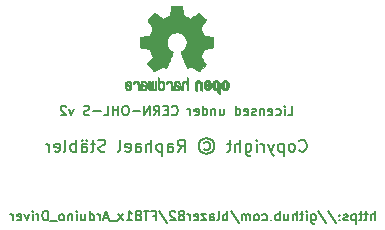
<source format=gbr>
%TF.GenerationSoftware,KiCad,Pcbnew,5.0.2+dfsg1-1*%
%TF.CreationDate,2020-08-11T00:40:15-07:00*%
%TF.ProjectId,driver-board-2L,64726976-6572-42d6-926f-6172642d324c,rev?*%
%TF.SameCoordinates,Original*%
%TF.FileFunction,Legend,Bot*%
%TF.FilePolarity,Positive*%
%FSLAX46Y46*%
G04 Gerber Fmt 4.6, Leading zero omitted, Abs format (unit mm)*
G04 Created by KiCad (PCBNEW 5.0.2+dfsg1-1) date Tue 11 Aug 2020 12:40:15 AM PDT*
%MOMM*%
%LPD*%
G01*
G04 APERTURE LIST*
%ADD10C,0.150000*%
%ADD11C,0.010000*%
G04 APERTURE END LIST*
D10*
X147790476Y-76461904D02*
X147790476Y-75661904D01*
X147447619Y-76461904D02*
X147447619Y-76042857D01*
X147485714Y-75966666D01*
X147561904Y-75928571D01*
X147676190Y-75928571D01*
X147752380Y-75966666D01*
X147790476Y-76004761D01*
X147180952Y-75928571D02*
X146876190Y-75928571D01*
X147066666Y-75661904D02*
X147066666Y-76347619D01*
X147028571Y-76423809D01*
X146952380Y-76461904D01*
X146876190Y-76461904D01*
X146723809Y-75928571D02*
X146419047Y-75928571D01*
X146609523Y-75661904D02*
X146609523Y-76347619D01*
X146571428Y-76423809D01*
X146495238Y-76461904D01*
X146419047Y-76461904D01*
X146152380Y-75928571D02*
X146152380Y-76728571D01*
X146152380Y-75966666D02*
X146076190Y-75928571D01*
X145923809Y-75928571D01*
X145847619Y-75966666D01*
X145809523Y-76004761D01*
X145771428Y-76080952D01*
X145771428Y-76309523D01*
X145809523Y-76385714D01*
X145847619Y-76423809D01*
X145923809Y-76461904D01*
X146076190Y-76461904D01*
X146152380Y-76423809D01*
X145466666Y-76423809D02*
X145390476Y-76461904D01*
X145238095Y-76461904D01*
X145161904Y-76423809D01*
X145123809Y-76347619D01*
X145123809Y-76309523D01*
X145161904Y-76233333D01*
X145238095Y-76195238D01*
X145352380Y-76195238D01*
X145428571Y-76157142D01*
X145466666Y-76080952D01*
X145466666Y-76042857D01*
X145428571Y-75966666D01*
X145352380Y-75928571D01*
X145238095Y-75928571D01*
X145161904Y-75966666D01*
X144780952Y-76385714D02*
X144742857Y-76423809D01*
X144780952Y-76461904D01*
X144819047Y-76423809D01*
X144780952Y-76385714D01*
X144780952Y-76461904D01*
X144780952Y-75966666D02*
X144742857Y-76004761D01*
X144780952Y-76042857D01*
X144819047Y-76004761D01*
X144780952Y-75966666D01*
X144780952Y-76042857D01*
X143828571Y-75623809D02*
X144514285Y-76652380D01*
X142990476Y-75623809D02*
X143676190Y-76652380D01*
X142380952Y-75928571D02*
X142380952Y-76576190D01*
X142419047Y-76652380D01*
X142457142Y-76690476D01*
X142533333Y-76728571D01*
X142647619Y-76728571D01*
X142723809Y-76690476D01*
X142380952Y-76423809D02*
X142457142Y-76461904D01*
X142609523Y-76461904D01*
X142685714Y-76423809D01*
X142723809Y-76385714D01*
X142761904Y-76309523D01*
X142761904Y-76080952D01*
X142723809Y-76004761D01*
X142685714Y-75966666D01*
X142609523Y-75928571D01*
X142457142Y-75928571D01*
X142380952Y-75966666D01*
X142000000Y-76461904D02*
X142000000Y-75928571D01*
X142000000Y-75661904D02*
X142038095Y-75700000D01*
X142000000Y-75738095D01*
X141961904Y-75700000D01*
X142000000Y-75661904D01*
X142000000Y-75738095D01*
X141733333Y-75928571D02*
X141428571Y-75928571D01*
X141619047Y-75661904D02*
X141619047Y-76347619D01*
X141580952Y-76423809D01*
X141504761Y-76461904D01*
X141428571Y-76461904D01*
X141161904Y-76461904D02*
X141161904Y-75661904D01*
X140819047Y-76461904D02*
X140819047Y-76042857D01*
X140857142Y-75966666D01*
X140933333Y-75928571D01*
X141047619Y-75928571D01*
X141123809Y-75966666D01*
X141161904Y-76004761D01*
X140095238Y-75928571D02*
X140095238Y-76461904D01*
X140438095Y-75928571D02*
X140438095Y-76347619D01*
X140400000Y-76423809D01*
X140323809Y-76461904D01*
X140209523Y-76461904D01*
X140133333Y-76423809D01*
X140095238Y-76385714D01*
X139714285Y-76461904D02*
X139714285Y-75661904D01*
X139714285Y-75966666D02*
X139638095Y-75928571D01*
X139485714Y-75928571D01*
X139409523Y-75966666D01*
X139371428Y-76004761D01*
X139333333Y-76080952D01*
X139333333Y-76309523D01*
X139371428Y-76385714D01*
X139409523Y-76423809D01*
X139485714Y-76461904D01*
X139638095Y-76461904D01*
X139714285Y-76423809D01*
X138990476Y-76385714D02*
X138952380Y-76423809D01*
X138990476Y-76461904D01*
X139028571Y-76423809D01*
X138990476Y-76385714D01*
X138990476Y-76461904D01*
X138266666Y-76423809D02*
X138342857Y-76461904D01*
X138495238Y-76461904D01*
X138571428Y-76423809D01*
X138609523Y-76385714D01*
X138647619Y-76309523D01*
X138647619Y-76080952D01*
X138609523Y-76004761D01*
X138571428Y-75966666D01*
X138495238Y-75928571D01*
X138342857Y-75928571D01*
X138266666Y-75966666D01*
X137809523Y-76461904D02*
X137885714Y-76423809D01*
X137923809Y-76385714D01*
X137961904Y-76309523D01*
X137961904Y-76080952D01*
X137923809Y-76004761D01*
X137885714Y-75966666D01*
X137809523Y-75928571D01*
X137695238Y-75928571D01*
X137619047Y-75966666D01*
X137580952Y-76004761D01*
X137542857Y-76080952D01*
X137542857Y-76309523D01*
X137580952Y-76385714D01*
X137619047Y-76423809D01*
X137695238Y-76461904D01*
X137809523Y-76461904D01*
X137200000Y-76461904D02*
X137200000Y-75928571D01*
X137200000Y-76004761D02*
X137161904Y-75966666D01*
X137085714Y-75928571D01*
X136971428Y-75928571D01*
X136895238Y-75966666D01*
X136857142Y-76042857D01*
X136857142Y-76461904D01*
X136857142Y-76042857D02*
X136819047Y-75966666D01*
X136742857Y-75928571D01*
X136628571Y-75928571D01*
X136552380Y-75966666D01*
X136514285Y-76042857D01*
X136514285Y-76461904D01*
X135561904Y-75623809D02*
X136247619Y-76652380D01*
X135295238Y-76461904D02*
X135295238Y-75661904D01*
X135295238Y-75966666D02*
X135219047Y-75928571D01*
X135066666Y-75928571D01*
X134990476Y-75966666D01*
X134952380Y-76004761D01*
X134914285Y-76080952D01*
X134914285Y-76309523D01*
X134952380Y-76385714D01*
X134990476Y-76423809D01*
X135066666Y-76461904D01*
X135219047Y-76461904D01*
X135295238Y-76423809D01*
X134457142Y-76461904D02*
X134533333Y-76423809D01*
X134571428Y-76347619D01*
X134571428Y-75661904D01*
X133809523Y-76461904D02*
X133809523Y-76042857D01*
X133847619Y-75966666D01*
X133923809Y-75928571D01*
X134076190Y-75928571D01*
X134152380Y-75966666D01*
X133809523Y-76423809D02*
X133885714Y-76461904D01*
X134076190Y-76461904D01*
X134152380Y-76423809D01*
X134190476Y-76347619D01*
X134190476Y-76271428D01*
X134152380Y-76195238D01*
X134076190Y-76157142D01*
X133885714Y-76157142D01*
X133809523Y-76119047D01*
X133504761Y-75928571D02*
X133085714Y-75928571D01*
X133504761Y-76461904D01*
X133085714Y-76461904D01*
X132476190Y-76423809D02*
X132552380Y-76461904D01*
X132704761Y-76461904D01*
X132780952Y-76423809D01*
X132819047Y-76347619D01*
X132819047Y-76042857D01*
X132780952Y-75966666D01*
X132704761Y-75928571D01*
X132552380Y-75928571D01*
X132476190Y-75966666D01*
X132438095Y-76042857D01*
X132438095Y-76119047D01*
X132819047Y-76195238D01*
X132095238Y-76461904D02*
X132095238Y-75928571D01*
X132095238Y-76080952D02*
X132057142Y-76004761D01*
X132019047Y-75966666D01*
X131942857Y-75928571D01*
X131866666Y-75928571D01*
X131485714Y-76004761D02*
X131561904Y-75966666D01*
X131600000Y-75928571D01*
X131638095Y-75852380D01*
X131638095Y-75814285D01*
X131600000Y-75738095D01*
X131561904Y-75700000D01*
X131485714Y-75661904D01*
X131333333Y-75661904D01*
X131257142Y-75700000D01*
X131219047Y-75738095D01*
X131180952Y-75814285D01*
X131180952Y-75852380D01*
X131219047Y-75928571D01*
X131257142Y-75966666D01*
X131333333Y-76004761D01*
X131485714Y-76004761D01*
X131561904Y-76042857D01*
X131600000Y-76080952D01*
X131638095Y-76157142D01*
X131638095Y-76309523D01*
X131600000Y-76385714D01*
X131561904Y-76423809D01*
X131485714Y-76461904D01*
X131333333Y-76461904D01*
X131257142Y-76423809D01*
X131219047Y-76385714D01*
X131180952Y-76309523D01*
X131180952Y-76157142D01*
X131219047Y-76080952D01*
X131257142Y-76042857D01*
X131333333Y-76004761D01*
X130876190Y-75738095D02*
X130838095Y-75700000D01*
X130761904Y-75661904D01*
X130571428Y-75661904D01*
X130495238Y-75700000D01*
X130457142Y-75738095D01*
X130419047Y-75814285D01*
X130419047Y-75890476D01*
X130457142Y-76004761D01*
X130914285Y-76461904D01*
X130419047Y-76461904D01*
X129504761Y-75623809D02*
X130190476Y-76652380D01*
X128971428Y-76042857D02*
X129238095Y-76042857D01*
X129238095Y-76461904D02*
X129238095Y-75661904D01*
X128857142Y-75661904D01*
X128666666Y-75661904D02*
X128209523Y-75661904D01*
X128438095Y-76461904D02*
X128438095Y-75661904D01*
X127828571Y-76004761D02*
X127904761Y-75966666D01*
X127942857Y-75928571D01*
X127980952Y-75852380D01*
X127980952Y-75814285D01*
X127942857Y-75738095D01*
X127904761Y-75700000D01*
X127828571Y-75661904D01*
X127676190Y-75661904D01*
X127600000Y-75700000D01*
X127561904Y-75738095D01*
X127523809Y-75814285D01*
X127523809Y-75852380D01*
X127561904Y-75928571D01*
X127600000Y-75966666D01*
X127676190Y-76004761D01*
X127828571Y-76004761D01*
X127904761Y-76042857D01*
X127942857Y-76080952D01*
X127980952Y-76157142D01*
X127980952Y-76309523D01*
X127942857Y-76385714D01*
X127904761Y-76423809D01*
X127828571Y-76461904D01*
X127676190Y-76461904D01*
X127600000Y-76423809D01*
X127561904Y-76385714D01*
X127523809Y-76309523D01*
X127523809Y-76157142D01*
X127561904Y-76080952D01*
X127600000Y-76042857D01*
X127676190Y-76004761D01*
X126761904Y-76461904D02*
X127219047Y-76461904D01*
X126990476Y-76461904D02*
X126990476Y-75661904D01*
X127066666Y-75776190D01*
X127142857Y-75852380D01*
X127219047Y-75890476D01*
X126495238Y-76461904D02*
X126076190Y-75928571D01*
X126495238Y-75928571D02*
X126076190Y-76461904D01*
X125961904Y-76538095D02*
X125352380Y-76538095D01*
X125200000Y-76233333D02*
X124819047Y-76233333D01*
X125276190Y-76461904D02*
X125009523Y-75661904D01*
X124742857Y-76461904D01*
X124476190Y-76461904D02*
X124476190Y-75928571D01*
X124476190Y-76080952D02*
X124438095Y-76004761D01*
X124400000Y-75966666D01*
X124323809Y-75928571D01*
X124247619Y-75928571D01*
X123638095Y-76461904D02*
X123638095Y-75661904D01*
X123638095Y-76423809D02*
X123714285Y-76461904D01*
X123866666Y-76461904D01*
X123942857Y-76423809D01*
X123980952Y-76385714D01*
X124019047Y-76309523D01*
X124019047Y-76080952D01*
X123980952Y-76004761D01*
X123942857Y-75966666D01*
X123866666Y-75928571D01*
X123714285Y-75928571D01*
X123638095Y-75966666D01*
X122914285Y-75928571D02*
X122914285Y-76461904D01*
X123257142Y-75928571D02*
X123257142Y-76347619D01*
X123219047Y-76423809D01*
X123142857Y-76461904D01*
X123028571Y-76461904D01*
X122952380Y-76423809D01*
X122914285Y-76385714D01*
X122533333Y-76461904D02*
X122533333Y-75928571D01*
X122533333Y-75661904D02*
X122571428Y-75700000D01*
X122533333Y-75738095D01*
X122495238Y-75700000D01*
X122533333Y-75661904D01*
X122533333Y-75738095D01*
X122152380Y-75928571D02*
X122152380Y-76461904D01*
X122152380Y-76004761D02*
X122114285Y-75966666D01*
X122038095Y-75928571D01*
X121923809Y-75928571D01*
X121847619Y-75966666D01*
X121809523Y-76042857D01*
X121809523Y-76461904D01*
X121314285Y-76461904D02*
X121390476Y-76423809D01*
X121428571Y-76385714D01*
X121466666Y-76309523D01*
X121466666Y-76080952D01*
X121428571Y-76004761D01*
X121390476Y-75966666D01*
X121314285Y-75928571D01*
X121200000Y-75928571D01*
X121123809Y-75966666D01*
X121085714Y-76004761D01*
X121047619Y-76080952D01*
X121047619Y-76309523D01*
X121085714Y-76385714D01*
X121123809Y-76423809D01*
X121200000Y-76461904D01*
X121314285Y-76461904D01*
X120895238Y-76538095D02*
X120285714Y-76538095D01*
X120095238Y-76461904D02*
X120095238Y-75661904D01*
X119904761Y-75661904D01*
X119790476Y-75700000D01*
X119714285Y-75776190D01*
X119676190Y-75852380D01*
X119638095Y-76004761D01*
X119638095Y-76119047D01*
X119676190Y-76271428D01*
X119714285Y-76347619D01*
X119790476Y-76423809D01*
X119904761Y-76461904D01*
X120095238Y-76461904D01*
X119295238Y-76461904D02*
X119295238Y-75928571D01*
X119295238Y-76080952D02*
X119257142Y-76004761D01*
X119219047Y-75966666D01*
X119142857Y-75928571D01*
X119066666Y-75928571D01*
X118800000Y-76461904D02*
X118800000Y-75928571D01*
X118800000Y-75661904D02*
X118838095Y-75700000D01*
X118800000Y-75738095D01*
X118761904Y-75700000D01*
X118800000Y-75661904D01*
X118800000Y-75738095D01*
X118495238Y-75928571D02*
X118304761Y-76461904D01*
X118114285Y-75928571D01*
X117504761Y-76423809D02*
X117580952Y-76461904D01*
X117733333Y-76461904D01*
X117809523Y-76423809D01*
X117847619Y-76347619D01*
X117847619Y-76042857D01*
X117809523Y-75966666D01*
X117733333Y-75928571D01*
X117580952Y-75928571D01*
X117504761Y-75966666D01*
X117466666Y-76042857D01*
X117466666Y-76119047D01*
X117847619Y-76195238D01*
X117123809Y-76461904D02*
X117123809Y-75928571D01*
X117123809Y-76080952D02*
X117085714Y-76004761D01*
X117047619Y-75966666D01*
X116971428Y-75928571D01*
X116895238Y-75928571D01*
X141380952Y-70532142D02*
X141428571Y-70579761D01*
X141571428Y-70627380D01*
X141666666Y-70627380D01*
X141809523Y-70579761D01*
X141904761Y-70484523D01*
X141952380Y-70389285D01*
X142000000Y-70198809D01*
X142000000Y-70055952D01*
X141952380Y-69865476D01*
X141904761Y-69770238D01*
X141809523Y-69675000D01*
X141666666Y-69627380D01*
X141571428Y-69627380D01*
X141428571Y-69675000D01*
X141380952Y-69722619D01*
X140809523Y-70627380D02*
X140904761Y-70579761D01*
X140952380Y-70532142D01*
X141000000Y-70436904D01*
X141000000Y-70151190D01*
X140952380Y-70055952D01*
X140904761Y-70008333D01*
X140809523Y-69960714D01*
X140666666Y-69960714D01*
X140571428Y-70008333D01*
X140523809Y-70055952D01*
X140476190Y-70151190D01*
X140476190Y-70436904D01*
X140523809Y-70532142D01*
X140571428Y-70579761D01*
X140666666Y-70627380D01*
X140809523Y-70627380D01*
X140047619Y-69960714D02*
X140047619Y-70960714D01*
X140047619Y-70008333D02*
X139952380Y-69960714D01*
X139761904Y-69960714D01*
X139666666Y-70008333D01*
X139619047Y-70055952D01*
X139571428Y-70151190D01*
X139571428Y-70436904D01*
X139619047Y-70532142D01*
X139666666Y-70579761D01*
X139761904Y-70627380D01*
X139952380Y-70627380D01*
X140047619Y-70579761D01*
X139238095Y-69960714D02*
X139000000Y-70627380D01*
X138761904Y-69960714D02*
X139000000Y-70627380D01*
X139095238Y-70865476D01*
X139142857Y-70913095D01*
X139238095Y-70960714D01*
X138380952Y-70627380D02*
X138380952Y-69960714D01*
X138380952Y-70151190D02*
X138333333Y-70055952D01*
X138285714Y-70008333D01*
X138190476Y-69960714D01*
X138095238Y-69960714D01*
X137761904Y-70627380D02*
X137761904Y-69960714D01*
X137761904Y-69627380D02*
X137809523Y-69675000D01*
X137761904Y-69722619D01*
X137714285Y-69675000D01*
X137761904Y-69627380D01*
X137761904Y-69722619D01*
X136857142Y-69960714D02*
X136857142Y-70770238D01*
X136904761Y-70865476D01*
X136952380Y-70913095D01*
X137047619Y-70960714D01*
X137190476Y-70960714D01*
X137285714Y-70913095D01*
X136857142Y-70579761D02*
X136952380Y-70627380D01*
X137142857Y-70627380D01*
X137238095Y-70579761D01*
X137285714Y-70532142D01*
X137333333Y-70436904D01*
X137333333Y-70151190D01*
X137285714Y-70055952D01*
X137238095Y-70008333D01*
X137142857Y-69960714D01*
X136952380Y-69960714D01*
X136857142Y-70008333D01*
X136380952Y-70627380D02*
X136380952Y-69627380D01*
X135952380Y-70627380D02*
X135952380Y-70103571D01*
X136000000Y-70008333D01*
X136095238Y-69960714D01*
X136238095Y-69960714D01*
X136333333Y-70008333D01*
X136380952Y-70055952D01*
X135619047Y-69960714D02*
X135238095Y-69960714D01*
X135476190Y-69627380D02*
X135476190Y-70484523D01*
X135428571Y-70579761D01*
X135333333Y-70627380D01*
X135238095Y-70627380D01*
X133333333Y-69865476D02*
X133428571Y-69817857D01*
X133619047Y-69817857D01*
X133714285Y-69865476D01*
X133809523Y-69960714D01*
X133857142Y-70055952D01*
X133857142Y-70246428D01*
X133809523Y-70341666D01*
X133714285Y-70436904D01*
X133619047Y-70484523D01*
X133428571Y-70484523D01*
X133333333Y-70436904D01*
X133523809Y-69484523D02*
X133761904Y-69532142D01*
X134000000Y-69675000D01*
X134142857Y-69913095D01*
X134190476Y-70151190D01*
X134142857Y-70389285D01*
X134000000Y-70627380D01*
X133761904Y-70770238D01*
X133523809Y-70817857D01*
X133285714Y-70770238D01*
X133047619Y-70627380D01*
X132904761Y-70389285D01*
X132857142Y-70151190D01*
X132904761Y-69913095D01*
X133047619Y-69675000D01*
X133285714Y-69532142D01*
X133523809Y-69484523D01*
X131095238Y-70627380D02*
X131428571Y-70151190D01*
X131666666Y-70627380D02*
X131666666Y-69627380D01*
X131285714Y-69627380D01*
X131190476Y-69675000D01*
X131142857Y-69722619D01*
X131095238Y-69817857D01*
X131095238Y-69960714D01*
X131142857Y-70055952D01*
X131190476Y-70103571D01*
X131285714Y-70151190D01*
X131666666Y-70151190D01*
X130238095Y-70627380D02*
X130238095Y-70103571D01*
X130285714Y-70008333D01*
X130380952Y-69960714D01*
X130571428Y-69960714D01*
X130666666Y-70008333D01*
X130238095Y-70579761D02*
X130333333Y-70627380D01*
X130571428Y-70627380D01*
X130666666Y-70579761D01*
X130714285Y-70484523D01*
X130714285Y-70389285D01*
X130666666Y-70294047D01*
X130571428Y-70246428D01*
X130333333Y-70246428D01*
X130238095Y-70198809D01*
X129761904Y-69960714D02*
X129761904Y-70960714D01*
X129761904Y-70008333D02*
X129666666Y-69960714D01*
X129476190Y-69960714D01*
X129380952Y-70008333D01*
X129333333Y-70055952D01*
X129285714Y-70151190D01*
X129285714Y-70436904D01*
X129333333Y-70532142D01*
X129380952Y-70579761D01*
X129476190Y-70627380D01*
X129666666Y-70627380D01*
X129761904Y-70579761D01*
X128857142Y-70627380D02*
X128857142Y-69627380D01*
X128428571Y-70627380D02*
X128428571Y-70103571D01*
X128476190Y-70008333D01*
X128571428Y-69960714D01*
X128714285Y-69960714D01*
X128809523Y-70008333D01*
X128857142Y-70055952D01*
X127523809Y-70627380D02*
X127523809Y-70103571D01*
X127571428Y-70008333D01*
X127666666Y-69960714D01*
X127857142Y-69960714D01*
X127952380Y-70008333D01*
X127523809Y-70579761D02*
X127619047Y-70627380D01*
X127857142Y-70627380D01*
X127952380Y-70579761D01*
X128000000Y-70484523D01*
X128000000Y-70389285D01*
X127952380Y-70294047D01*
X127857142Y-70246428D01*
X127619047Y-70246428D01*
X127523809Y-70198809D01*
X126666666Y-70579761D02*
X126761904Y-70627380D01*
X126952380Y-70627380D01*
X127047619Y-70579761D01*
X127095238Y-70484523D01*
X127095238Y-70103571D01*
X127047619Y-70008333D01*
X126952380Y-69960714D01*
X126761904Y-69960714D01*
X126666666Y-70008333D01*
X126619047Y-70103571D01*
X126619047Y-70198809D01*
X127095238Y-70294047D01*
X126047619Y-70627380D02*
X126142857Y-70579761D01*
X126190476Y-70484523D01*
X126190476Y-69627380D01*
X124952380Y-70579761D02*
X124809523Y-70627380D01*
X124571428Y-70627380D01*
X124476190Y-70579761D01*
X124428571Y-70532142D01*
X124380952Y-70436904D01*
X124380952Y-70341666D01*
X124428571Y-70246428D01*
X124476190Y-70198809D01*
X124571428Y-70151190D01*
X124761904Y-70103571D01*
X124857142Y-70055952D01*
X124904761Y-70008333D01*
X124952380Y-69913095D01*
X124952380Y-69817857D01*
X124904761Y-69722619D01*
X124857142Y-69675000D01*
X124761904Y-69627380D01*
X124523809Y-69627380D01*
X124380952Y-69675000D01*
X124095238Y-69960714D02*
X123714285Y-69960714D01*
X123952380Y-69627380D02*
X123952380Y-70484523D01*
X123904761Y-70579761D01*
X123809523Y-70627380D01*
X123714285Y-70627380D01*
X122952380Y-70627380D02*
X122952380Y-70103571D01*
X123000000Y-70008333D01*
X123095238Y-69960714D01*
X123285714Y-69960714D01*
X123380952Y-70008333D01*
X122952380Y-70579761D02*
X123047619Y-70627380D01*
X123285714Y-70627380D01*
X123380952Y-70579761D01*
X123428571Y-70484523D01*
X123428571Y-70389285D01*
X123380952Y-70294047D01*
X123285714Y-70246428D01*
X123047619Y-70246428D01*
X122952380Y-70198809D01*
X123380952Y-69627380D02*
X123333333Y-69675000D01*
X123380952Y-69722619D01*
X123428571Y-69675000D01*
X123380952Y-69627380D01*
X123380952Y-69722619D01*
X123000000Y-69627380D02*
X122952380Y-69675000D01*
X123000000Y-69722619D01*
X123047619Y-69675000D01*
X123000000Y-69627380D01*
X123000000Y-69722619D01*
X122476190Y-70627380D02*
X122476190Y-69627380D01*
X122476190Y-70008333D02*
X122380952Y-69960714D01*
X122190476Y-69960714D01*
X122095238Y-70008333D01*
X122047619Y-70055952D01*
X122000000Y-70151190D01*
X122000000Y-70436904D01*
X122047619Y-70532142D01*
X122095238Y-70579761D01*
X122190476Y-70627380D01*
X122380952Y-70627380D01*
X122476190Y-70579761D01*
X121428571Y-70627380D02*
X121523809Y-70579761D01*
X121571428Y-70484523D01*
X121571428Y-69627380D01*
X120666666Y-70579761D02*
X120761904Y-70627380D01*
X120952380Y-70627380D01*
X121047619Y-70579761D01*
X121095238Y-70484523D01*
X121095238Y-70103571D01*
X121047619Y-70008333D01*
X120952380Y-69960714D01*
X120761904Y-69960714D01*
X120666666Y-70008333D01*
X120619047Y-70103571D01*
X120619047Y-70198809D01*
X121095238Y-70294047D01*
X120190476Y-70627380D02*
X120190476Y-69960714D01*
X120190476Y-70151190D02*
X120142857Y-70055952D01*
X120095238Y-70008333D01*
X120000000Y-69960714D01*
X119904761Y-69960714D01*
X140409523Y-67536904D02*
X140790476Y-67536904D01*
X140790476Y-66736904D01*
X140142857Y-67536904D02*
X140142857Y-67003571D01*
X140142857Y-66736904D02*
X140180952Y-66775000D01*
X140142857Y-66813095D01*
X140104761Y-66775000D01*
X140142857Y-66736904D01*
X140142857Y-66813095D01*
X139419047Y-67498809D02*
X139495238Y-67536904D01*
X139647619Y-67536904D01*
X139723809Y-67498809D01*
X139761904Y-67460714D01*
X139800000Y-67384523D01*
X139800000Y-67155952D01*
X139761904Y-67079761D01*
X139723809Y-67041666D01*
X139647619Y-67003571D01*
X139495238Y-67003571D01*
X139419047Y-67041666D01*
X138771428Y-67498809D02*
X138847619Y-67536904D01*
X139000000Y-67536904D01*
X139076190Y-67498809D01*
X139114285Y-67422619D01*
X139114285Y-67117857D01*
X139076190Y-67041666D01*
X139000000Y-67003571D01*
X138847619Y-67003571D01*
X138771428Y-67041666D01*
X138733333Y-67117857D01*
X138733333Y-67194047D01*
X139114285Y-67270238D01*
X138390476Y-67003571D02*
X138390476Y-67536904D01*
X138390476Y-67079761D02*
X138352380Y-67041666D01*
X138276190Y-67003571D01*
X138161904Y-67003571D01*
X138085714Y-67041666D01*
X138047619Y-67117857D01*
X138047619Y-67536904D01*
X137704761Y-67498809D02*
X137628571Y-67536904D01*
X137476190Y-67536904D01*
X137400000Y-67498809D01*
X137361904Y-67422619D01*
X137361904Y-67384523D01*
X137400000Y-67308333D01*
X137476190Y-67270238D01*
X137590476Y-67270238D01*
X137666666Y-67232142D01*
X137704761Y-67155952D01*
X137704761Y-67117857D01*
X137666666Y-67041666D01*
X137590476Y-67003571D01*
X137476190Y-67003571D01*
X137400000Y-67041666D01*
X136714285Y-67498809D02*
X136790476Y-67536904D01*
X136942857Y-67536904D01*
X137019047Y-67498809D01*
X137057142Y-67422619D01*
X137057142Y-67117857D01*
X137019047Y-67041666D01*
X136942857Y-67003571D01*
X136790476Y-67003571D01*
X136714285Y-67041666D01*
X136676190Y-67117857D01*
X136676190Y-67194047D01*
X137057142Y-67270238D01*
X135990476Y-67536904D02*
X135990476Y-66736904D01*
X135990476Y-67498809D02*
X136066666Y-67536904D01*
X136219047Y-67536904D01*
X136295238Y-67498809D01*
X136333333Y-67460714D01*
X136371428Y-67384523D01*
X136371428Y-67155952D01*
X136333333Y-67079761D01*
X136295238Y-67041666D01*
X136219047Y-67003571D01*
X136066666Y-67003571D01*
X135990476Y-67041666D01*
X134657142Y-67003571D02*
X134657142Y-67536904D01*
X135000000Y-67003571D02*
X135000000Y-67422619D01*
X134961904Y-67498809D01*
X134885714Y-67536904D01*
X134771428Y-67536904D01*
X134695238Y-67498809D01*
X134657142Y-67460714D01*
X134276190Y-67003571D02*
X134276190Y-67536904D01*
X134276190Y-67079761D02*
X134238095Y-67041666D01*
X134161904Y-67003571D01*
X134047619Y-67003571D01*
X133971428Y-67041666D01*
X133933333Y-67117857D01*
X133933333Y-67536904D01*
X133209523Y-67536904D02*
X133209523Y-66736904D01*
X133209523Y-67498809D02*
X133285714Y-67536904D01*
X133438095Y-67536904D01*
X133514285Y-67498809D01*
X133552380Y-67460714D01*
X133590476Y-67384523D01*
X133590476Y-67155952D01*
X133552380Y-67079761D01*
X133514285Y-67041666D01*
X133438095Y-67003571D01*
X133285714Y-67003571D01*
X133209523Y-67041666D01*
X132523809Y-67498809D02*
X132599999Y-67536904D01*
X132752380Y-67536904D01*
X132828571Y-67498809D01*
X132866666Y-67422619D01*
X132866666Y-67117857D01*
X132828571Y-67041666D01*
X132752380Y-67003571D01*
X132599999Y-67003571D01*
X132523809Y-67041666D01*
X132485714Y-67117857D01*
X132485714Y-67194047D01*
X132866666Y-67270238D01*
X132142857Y-67536904D02*
X132142857Y-67003571D01*
X132142857Y-67155952D02*
X132104761Y-67079761D01*
X132066666Y-67041666D01*
X131990476Y-67003571D01*
X131914285Y-67003571D01*
X130580952Y-67460714D02*
X130619047Y-67498809D01*
X130733333Y-67536904D01*
X130809523Y-67536904D01*
X130923809Y-67498809D01*
X130999999Y-67422619D01*
X131038095Y-67346428D01*
X131076190Y-67194047D01*
X131076190Y-67079761D01*
X131038095Y-66927380D01*
X130999999Y-66851190D01*
X130923809Y-66775000D01*
X130809523Y-66736904D01*
X130733333Y-66736904D01*
X130619047Y-66775000D01*
X130580952Y-66813095D01*
X130238095Y-67117857D02*
X129971428Y-67117857D01*
X129857142Y-67536904D02*
X130238095Y-67536904D01*
X130238095Y-66736904D01*
X129857142Y-66736904D01*
X129057142Y-67536904D02*
X129323809Y-67155952D01*
X129514285Y-67536904D02*
X129514285Y-66736904D01*
X129209523Y-66736904D01*
X129133333Y-66775000D01*
X129095238Y-66813095D01*
X129057142Y-66889285D01*
X129057142Y-67003571D01*
X129095238Y-67079761D01*
X129133333Y-67117857D01*
X129209523Y-67155952D01*
X129514285Y-67155952D01*
X128714285Y-67536904D02*
X128714285Y-66736904D01*
X128257142Y-67536904D01*
X128257142Y-66736904D01*
X127876190Y-67232142D02*
X127266666Y-67232142D01*
X126733333Y-66736904D02*
X126580952Y-66736904D01*
X126504761Y-66775000D01*
X126428571Y-66851190D01*
X126390476Y-67003571D01*
X126390476Y-67270238D01*
X126428571Y-67422619D01*
X126504761Y-67498809D01*
X126580952Y-67536904D01*
X126733333Y-67536904D01*
X126809523Y-67498809D01*
X126885714Y-67422619D01*
X126923809Y-67270238D01*
X126923809Y-67003571D01*
X126885714Y-66851190D01*
X126809523Y-66775000D01*
X126733333Y-66736904D01*
X126047619Y-67536904D02*
X126047619Y-66736904D01*
X126047619Y-67117857D02*
X125590476Y-67117857D01*
X125590476Y-67536904D02*
X125590476Y-66736904D01*
X124828571Y-67536904D02*
X125209523Y-67536904D01*
X125209523Y-66736904D01*
X124561904Y-67232142D02*
X123952380Y-67232142D01*
X123609523Y-67498809D02*
X123495238Y-67536904D01*
X123304761Y-67536904D01*
X123228571Y-67498809D01*
X123190476Y-67460714D01*
X123152380Y-67384523D01*
X123152380Y-67308333D01*
X123190476Y-67232142D01*
X123228571Y-67194047D01*
X123304761Y-67155952D01*
X123457142Y-67117857D01*
X123533333Y-67079761D01*
X123571428Y-67041666D01*
X123609523Y-66965476D01*
X123609523Y-66889285D01*
X123571428Y-66813095D01*
X123533333Y-66775000D01*
X123457142Y-66736904D01*
X123266666Y-66736904D01*
X123152380Y-66775000D01*
X122276190Y-67003571D02*
X122085714Y-67536904D01*
X121895238Y-67003571D01*
X121628571Y-66813095D02*
X121590476Y-66775000D01*
X121514285Y-66736904D01*
X121323809Y-66736904D01*
X121247619Y-66775000D01*
X121209523Y-66813095D01*
X121171428Y-66889285D01*
X121171428Y-66965476D01*
X121209523Y-67079761D01*
X121666666Y-67536904D01*
X121171428Y-67536904D01*
D11*
%TO.C,OSHW Logo*%
G36*
X134231114Y-64584505D02*
X134156461Y-64621727D01*
X134090569Y-64690261D01*
X134072423Y-64715648D01*
X134052655Y-64748866D01*
X134039828Y-64784945D01*
X134032490Y-64833098D01*
X134029187Y-64902536D01*
X134028462Y-64994206D01*
X134031737Y-65119830D01*
X134043123Y-65214154D01*
X134064959Y-65284523D01*
X134099581Y-65338286D01*
X134149330Y-65382788D01*
X134152986Y-65385423D01*
X134202015Y-65412377D01*
X134261055Y-65425712D01*
X134336141Y-65429000D01*
X134458205Y-65429000D01*
X134458256Y-65547497D01*
X134459392Y-65613492D01*
X134466314Y-65652202D01*
X134484402Y-65675419D01*
X134519038Y-65694933D01*
X134527355Y-65698920D01*
X134566280Y-65717603D01*
X134596417Y-65729403D01*
X134618826Y-65730422D01*
X134634567Y-65716761D01*
X134644698Y-65684522D01*
X134650277Y-65629804D01*
X134652365Y-65548711D01*
X134652019Y-65437344D01*
X134650300Y-65291802D01*
X134649763Y-65248269D01*
X134647828Y-65098205D01*
X134646096Y-65000042D01*
X134458308Y-65000042D01*
X134457252Y-65083364D01*
X134452562Y-65137880D01*
X134441949Y-65173837D01*
X134423128Y-65201482D01*
X134410350Y-65214965D01*
X134358110Y-65254417D01*
X134311858Y-65257628D01*
X134264133Y-65225049D01*
X134262923Y-65223846D01*
X134243506Y-65198668D01*
X134231693Y-65164447D01*
X134225735Y-65111748D01*
X134223880Y-65031131D01*
X134223846Y-65013271D01*
X134228330Y-64902175D01*
X134242926Y-64825161D01*
X134269350Y-64778147D01*
X134309317Y-64757050D01*
X134332416Y-64754923D01*
X134387238Y-64764900D01*
X134424842Y-64797752D01*
X134447477Y-64857857D01*
X134457394Y-64949598D01*
X134458308Y-65000042D01*
X134646096Y-65000042D01*
X134645778Y-64982060D01*
X134643127Y-64894679D01*
X134639394Y-64830905D01*
X134634093Y-64785582D01*
X134626742Y-64753555D01*
X134616857Y-64729668D01*
X134603954Y-64708764D01*
X134598421Y-64700898D01*
X134525031Y-64626595D01*
X134432240Y-64584467D01*
X134324904Y-64572722D01*
X134231114Y-64584505D01*
X134231114Y-64584505D01*
G37*
X134231114Y-64584505D02*
X134156461Y-64621727D01*
X134090569Y-64690261D01*
X134072423Y-64715648D01*
X134052655Y-64748866D01*
X134039828Y-64784945D01*
X134032490Y-64833098D01*
X134029187Y-64902536D01*
X134028462Y-64994206D01*
X134031737Y-65119830D01*
X134043123Y-65214154D01*
X134064959Y-65284523D01*
X134099581Y-65338286D01*
X134149330Y-65382788D01*
X134152986Y-65385423D01*
X134202015Y-65412377D01*
X134261055Y-65425712D01*
X134336141Y-65429000D01*
X134458205Y-65429000D01*
X134458256Y-65547497D01*
X134459392Y-65613492D01*
X134466314Y-65652202D01*
X134484402Y-65675419D01*
X134519038Y-65694933D01*
X134527355Y-65698920D01*
X134566280Y-65717603D01*
X134596417Y-65729403D01*
X134618826Y-65730422D01*
X134634567Y-65716761D01*
X134644698Y-65684522D01*
X134650277Y-65629804D01*
X134652365Y-65548711D01*
X134652019Y-65437344D01*
X134650300Y-65291802D01*
X134649763Y-65248269D01*
X134647828Y-65098205D01*
X134646096Y-65000042D01*
X134458308Y-65000042D01*
X134457252Y-65083364D01*
X134452562Y-65137880D01*
X134441949Y-65173837D01*
X134423128Y-65201482D01*
X134410350Y-65214965D01*
X134358110Y-65254417D01*
X134311858Y-65257628D01*
X134264133Y-65225049D01*
X134262923Y-65223846D01*
X134243506Y-65198668D01*
X134231693Y-65164447D01*
X134225735Y-65111748D01*
X134223880Y-65031131D01*
X134223846Y-65013271D01*
X134228330Y-64902175D01*
X134242926Y-64825161D01*
X134269350Y-64778147D01*
X134309317Y-64757050D01*
X134332416Y-64754923D01*
X134387238Y-64764900D01*
X134424842Y-64797752D01*
X134447477Y-64857857D01*
X134457394Y-64949598D01*
X134458308Y-65000042D01*
X134646096Y-65000042D01*
X134645778Y-64982060D01*
X134643127Y-64894679D01*
X134639394Y-64830905D01*
X134634093Y-64785582D01*
X134626742Y-64753555D01*
X134616857Y-64729668D01*
X134603954Y-64708764D01*
X134598421Y-64700898D01*
X134525031Y-64626595D01*
X134432240Y-64584467D01*
X134324904Y-64572722D01*
X134231114Y-64584505D01*
G36*
X132728336Y-64595089D02*
X132665633Y-64631358D01*
X132622039Y-64667358D01*
X132590155Y-64705075D01*
X132568190Y-64751199D01*
X132554351Y-64812421D01*
X132546847Y-64895431D01*
X132543883Y-65006919D01*
X132543539Y-65087062D01*
X132543539Y-65382065D01*
X132709615Y-65456515D01*
X132719385Y-65133402D01*
X132723421Y-65012729D01*
X132727656Y-64925141D01*
X132732903Y-64864650D01*
X132739975Y-64825268D01*
X132749689Y-64801007D01*
X132762856Y-64785880D01*
X132767081Y-64782606D01*
X132831091Y-64757034D01*
X132895792Y-64767153D01*
X132934308Y-64794000D01*
X132949975Y-64813024D01*
X132960820Y-64837988D01*
X132967712Y-64875834D01*
X132971521Y-64933502D01*
X132973117Y-65017935D01*
X132973385Y-65105928D01*
X132973437Y-65216323D01*
X132975328Y-65294463D01*
X132981655Y-65347165D01*
X132995017Y-65381242D01*
X133018015Y-65403511D01*
X133053246Y-65420787D01*
X133100303Y-65438738D01*
X133151697Y-65458278D01*
X133145579Y-65111485D01*
X133143116Y-64986468D01*
X133140233Y-64894082D01*
X133136102Y-64827881D01*
X133129893Y-64781420D01*
X133120774Y-64748256D01*
X133107917Y-64721944D01*
X133092416Y-64698729D01*
X133017629Y-64624569D01*
X132926372Y-64581684D01*
X132827117Y-64571412D01*
X132728336Y-64595089D01*
X132728336Y-64595089D01*
G37*
X132728336Y-64595089D02*
X132665633Y-64631358D01*
X132622039Y-64667358D01*
X132590155Y-64705075D01*
X132568190Y-64751199D01*
X132554351Y-64812421D01*
X132546847Y-64895431D01*
X132543883Y-65006919D01*
X132543539Y-65087062D01*
X132543539Y-65382065D01*
X132709615Y-65456515D01*
X132719385Y-65133402D01*
X132723421Y-65012729D01*
X132727656Y-64925141D01*
X132732903Y-64864650D01*
X132739975Y-64825268D01*
X132749689Y-64801007D01*
X132762856Y-64785880D01*
X132767081Y-64782606D01*
X132831091Y-64757034D01*
X132895792Y-64767153D01*
X132934308Y-64794000D01*
X132949975Y-64813024D01*
X132960820Y-64837988D01*
X132967712Y-64875834D01*
X132971521Y-64933502D01*
X132973117Y-65017935D01*
X132973385Y-65105928D01*
X132973437Y-65216323D01*
X132975328Y-65294463D01*
X132981655Y-65347165D01*
X132995017Y-65381242D01*
X133018015Y-65403511D01*
X133053246Y-65420787D01*
X133100303Y-65438738D01*
X133151697Y-65458278D01*
X133145579Y-65111485D01*
X133143116Y-64986468D01*
X133140233Y-64894082D01*
X133136102Y-64827881D01*
X133129893Y-64781420D01*
X133120774Y-64748256D01*
X133107917Y-64721944D01*
X133092416Y-64698729D01*
X133017629Y-64624569D01*
X132926372Y-64581684D01*
X132827117Y-64571412D01*
X132728336Y-64595089D01*
G36*
X134983114Y-64587256D02*
X134891536Y-64635409D01*
X134823951Y-64712905D01*
X134799943Y-64762727D01*
X134781262Y-64837533D01*
X134771699Y-64932052D01*
X134770792Y-65035210D01*
X134778079Y-65135935D01*
X134793097Y-65223153D01*
X134815385Y-65285791D01*
X134822235Y-65296579D01*
X134903368Y-65377105D01*
X134999734Y-65425336D01*
X135104299Y-65439450D01*
X135210032Y-65417629D01*
X135239457Y-65404547D01*
X135296759Y-65364231D01*
X135347050Y-65310775D01*
X135351803Y-65303995D01*
X135371122Y-65271321D01*
X135383892Y-65236394D01*
X135391436Y-65190414D01*
X135395076Y-65124584D01*
X135396135Y-65030105D01*
X135396154Y-65008923D01*
X135396106Y-65002182D01*
X135200769Y-65002182D01*
X135199632Y-65091349D01*
X135195159Y-65150520D01*
X135185754Y-65188741D01*
X135169824Y-65215053D01*
X135161692Y-65223846D01*
X135114942Y-65257261D01*
X135069553Y-65255737D01*
X135023660Y-65226752D01*
X134996288Y-65195809D01*
X134980077Y-65150643D01*
X134970974Y-65079420D01*
X134970349Y-65071114D01*
X134968796Y-64942037D01*
X134985035Y-64846172D01*
X135018848Y-64784107D01*
X135070016Y-64756432D01*
X135088280Y-64754923D01*
X135136240Y-64762513D01*
X135169047Y-64788808D01*
X135189105Y-64839095D01*
X135198822Y-64918664D01*
X135200769Y-65002182D01*
X135396106Y-65002182D01*
X135395426Y-64908249D01*
X135392371Y-64837906D01*
X135385678Y-64789163D01*
X135374040Y-64753288D01*
X135356147Y-64721548D01*
X135352192Y-64715648D01*
X135285733Y-64636104D01*
X135213315Y-64589929D01*
X135125151Y-64571599D01*
X135095213Y-64570703D01*
X134983114Y-64587256D01*
X134983114Y-64587256D01*
G37*
X134983114Y-64587256D02*
X134891536Y-64635409D01*
X134823951Y-64712905D01*
X134799943Y-64762727D01*
X134781262Y-64837533D01*
X134771699Y-64932052D01*
X134770792Y-65035210D01*
X134778079Y-65135935D01*
X134793097Y-65223153D01*
X134815385Y-65285791D01*
X134822235Y-65296579D01*
X134903368Y-65377105D01*
X134999734Y-65425336D01*
X135104299Y-65439450D01*
X135210032Y-65417629D01*
X135239457Y-65404547D01*
X135296759Y-65364231D01*
X135347050Y-65310775D01*
X135351803Y-65303995D01*
X135371122Y-65271321D01*
X135383892Y-65236394D01*
X135391436Y-65190414D01*
X135395076Y-65124584D01*
X135396135Y-65030105D01*
X135396154Y-65008923D01*
X135396106Y-65002182D01*
X135200769Y-65002182D01*
X135199632Y-65091349D01*
X135195159Y-65150520D01*
X135185754Y-65188741D01*
X135169824Y-65215053D01*
X135161692Y-65223846D01*
X135114942Y-65257261D01*
X135069553Y-65255737D01*
X135023660Y-65226752D01*
X134996288Y-65195809D01*
X134980077Y-65150643D01*
X134970974Y-65079420D01*
X134970349Y-65071114D01*
X134968796Y-64942037D01*
X134985035Y-64846172D01*
X135018848Y-64784107D01*
X135070016Y-64756432D01*
X135088280Y-64754923D01*
X135136240Y-64762513D01*
X135169047Y-64788808D01*
X135189105Y-64839095D01*
X135198822Y-64918664D01*
X135200769Y-65002182D01*
X135396106Y-65002182D01*
X135395426Y-64908249D01*
X135392371Y-64837906D01*
X135385678Y-64789163D01*
X135374040Y-64753288D01*
X135356147Y-64721548D01*
X135352192Y-64715648D01*
X135285733Y-64636104D01*
X135213315Y-64589929D01*
X135125151Y-64571599D01*
X135095213Y-64570703D01*
X134983114Y-64587256D01*
G36*
X133465746Y-64599745D02*
X133388714Y-64651567D01*
X133329184Y-64726412D01*
X133293622Y-64821654D01*
X133286429Y-64891756D01*
X133287246Y-64921009D01*
X133294086Y-64943407D01*
X133312888Y-64963474D01*
X133349592Y-64985733D01*
X133410138Y-65014709D01*
X133500466Y-65054927D01*
X133500923Y-65055129D01*
X133584067Y-65093210D01*
X133652247Y-65127025D01*
X133698495Y-65152933D01*
X133715842Y-65167295D01*
X133715846Y-65167411D01*
X133700557Y-65198685D01*
X133664804Y-65233157D01*
X133623758Y-65257990D01*
X133602963Y-65262923D01*
X133546230Y-65245862D01*
X133497373Y-65203133D01*
X133473535Y-65156155D01*
X133450603Y-65121522D01*
X133405682Y-65082081D01*
X133352877Y-65048009D01*
X133306290Y-65029480D01*
X133296548Y-65028462D01*
X133285582Y-65045215D01*
X133284921Y-65088039D01*
X133292980Y-65145781D01*
X133308173Y-65207289D01*
X133328914Y-65261409D01*
X133329962Y-65263510D01*
X133392379Y-65350660D01*
X133473274Y-65409939D01*
X133565144Y-65439034D01*
X133660487Y-65435634D01*
X133751802Y-65397428D01*
X133755862Y-65394741D01*
X133827694Y-65329642D01*
X133874927Y-65244705D01*
X133901066Y-65133021D01*
X133904574Y-65101643D01*
X133910787Y-64953536D01*
X133903339Y-64884468D01*
X133715846Y-64884468D01*
X133713410Y-64927552D01*
X133700086Y-64940126D01*
X133666868Y-64930719D01*
X133614506Y-64908483D01*
X133555976Y-64880610D01*
X133554521Y-64879872D01*
X133504911Y-64853777D01*
X133485000Y-64836363D01*
X133489910Y-64818107D01*
X133510584Y-64794120D01*
X133563181Y-64759406D01*
X133619823Y-64756856D01*
X133670631Y-64782119D01*
X133705724Y-64830847D01*
X133715846Y-64884468D01*
X133903339Y-64884468D01*
X133898008Y-64835036D01*
X133865222Y-64741055D01*
X133819579Y-64675215D01*
X133737198Y-64608681D01*
X133646454Y-64575676D01*
X133553815Y-64573573D01*
X133465746Y-64599745D01*
X133465746Y-64599745D01*
G37*
X133465746Y-64599745D02*
X133388714Y-64651567D01*
X133329184Y-64726412D01*
X133293622Y-64821654D01*
X133286429Y-64891756D01*
X133287246Y-64921009D01*
X133294086Y-64943407D01*
X133312888Y-64963474D01*
X133349592Y-64985733D01*
X133410138Y-65014709D01*
X133500466Y-65054927D01*
X133500923Y-65055129D01*
X133584067Y-65093210D01*
X133652247Y-65127025D01*
X133698495Y-65152933D01*
X133715842Y-65167295D01*
X133715846Y-65167411D01*
X133700557Y-65198685D01*
X133664804Y-65233157D01*
X133623758Y-65257990D01*
X133602963Y-65262923D01*
X133546230Y-65245862D01*
X133497373Y-65203133D01*
X133473535Y-65156155D01*
X133450603Y-65121522D01*
X133405682Y-65082081D01*
X133352877Y-65048009D01*
X133306290Y-65029480D01*
X133296548Y-65028462D01*
X133285582Y-65045215D01*
X133284921Y-65088039D01*
X133292980Y-65145781D01*
X133308173Y-65207289D01*
X133328914Y-65261409D01*
X133329962Y-65263510D01*
X133392379Y-65350660D01*
X133473274Y-65409939D01*
X133565144Y-65439034D01*
X133660487Y-65435634D01*
X133751802Y-65397428D01*
X133755862Y-65394741D01*
X133827694Y-65329642D01*
X133874927Y-65244705D01*
X133901066Y-65133021D01*
X133904574Y-65101643D01*
X133910787Y-64953536D01*
X133903339Y-64884468D01*
X133715846Y-64884468D01*
X133713410Y-64927552D01*
X133700086Y-64940126D01*
X133666868Y-64930719D01*
X133614506Y-64908483D01*
X133555976Y-64880610D01*
X133554521Y-64879872D01*
X133504911Y-64853777D01*
X133485000Y-64836363D01*
X133489910Y-64818107D01*
X133510584Y-64794120D01*
X133563181Y-64759406D01*
X133619823Y-64756856D01*
X133670631Y-64782119D01*
X133705724Y-64830847D01*
X133715846Y-64884468D01*
X133903339Y-64884468D01*
X133898008Y-64835036D01*
X133865222Y-64741055D01*
X133819579Y-64675215D01*
X133737198Y-64608681D01*
X133646454Y-64575676D01*
X133553815Y-64573573D01*
X133465746Y-64599745D01*
G36*
X131840154Y-64492120D02*
X131834428Y-64571980D01*
X131827851Y-64619039D01*
X131818738Y-64639566D01*
X131805402Y-64639829D01*
X131801077Y-64637378D01*
X131743556Y-64619636D01*
X131668732Y-64620672D01*
X131592661Y-64638910D01*
X131545082Y-64662505D01*
X131496298Y-64700198D01*
X131460636Y-64742855D01*
X131436155Y-64797057D01*
X131420913Y-64869384D01*
X131412970Y-64966419D01*
X131410384Y-65094742D01*
X131410338Y-65119358D01*
X131410308Y-65395870D01*
X131471839Y-65417320D01*
X131515541Y-65431912D01*
X131539518Y-65438706D01*
X131540223Y-65438769D01*
X131542585Y-65420345D01*
X131544594Y-65369526D01*
X131546099Y-65292993D01*
X131546947Y-65197430D01*
X131547077Y-65139329D01*
X131547349Y-65024771D01*
X131548748Y-64942667D01*
X131552151Y-64886393D01*
X131558433Y-64849326D01*
X131568471Y-64824844D01*
X131583139Y-64806325D01*
X131592298Y-64797406D01*
X131655211Y-64761466D01*
X131723864Y-64758775D01*
X131786152Y-64789170D01*
X131797671Y-64800144D01*
X131814567Y-64820779D01*
X131826286Y-64845256D01*
X131833767Y-64880647D01*
X131837946Y-64934026D01*
X131839763Y-65012466D01*
X131840154Y-65120617D01*
X131840154Y-65395870D01*
X131901685Y-65417320D01*
X131945387Y-65431912D01*
X131969364Y-65438706D01*
X131970070Y-65438769D01*
X131971874Y-65420069D01*
X131973500Y-65367322D01*
X131974883Y-65285557D01*
X131975958Y-65179805D01*
X131976660Y-65055094D01*
X131976923Y-64916455D01*
X131976923Y-64381806D01*
X131849923Y-64328236D01*
X131840154Y-64492120D01*
X131840154Y-64492120D01*
G37*
X131840154Y-64492120D02*
X131834428Y-64571980D01*
X131827851Y-64619039D01*
X131818738Y-64639566D01*
X131805402Y-64639829D01*
X131801077Y-64637378D01*
X131743556Y-64619636D01*
X131668732Y-64620672D01*
X131592661Y-64638910D01*
X131545082Y-64662505D01*
X131496298Y-64700198D01*
X131460636Y-64742855D01*
X131436155Y-64797057D01*
X131420913Y-64869384D01*
X131412970Y-64966419D01*
X131410384Y-65094742D01*
X131410338Y-65119358D01*
X131410308Y-65395870D01*
X131471839Y-65417320D01*
X131515541Y-65431912D01*
X131539518Y-65438706D01*
X131540223Y-65438769D01*
X131542585Y-65420345D01*
X131544594Y-65369526D01*
X131546099Y-65292993D01*
X131546947Y-65197430D01*
X131547077Y-65139329D01*
X131547349Y-65024771D01*
X131548748Y-64942667D01*
X131552151Y-64886393D01*
X131558433Y-64849326D01*
X131568471Y-64824844D01*
X131583139Y-64806325D01*
X131592298Y-64797406D01*
X131655211Y-64761466D01*
X131723864Y-64758775D01*
X131786152Y-64789170D01*
X131797671Y-64800144D01*
X131814567Y-64820779D01*
X131826286Y-64845256D01*
X131833767Y-64880647D01*
X131837946Y-64934026D01*
X131839763Y-65012466D01*
X131840154Y-65120617D01*
X131840154Y-65395870D01*
X131901685Y-65417320D01*
X131945387Y-65431912D01*
X131969364Y-65438706D01*
X131970070Y-65438769D01*
X131971874Y-65420069D01*
X131973500Y-65367322D01*
X131974883Y-65285557D01*
X131975958Y-65179805D01*
X131976660Y-65055094D01*
X131976923Y-64916455D01*
X131976923Y-64381806D01*
X131849923Y-64328236D01*
X131840154Y-64492120D01*
G36*
X130946499Y-64626303D02*
X130869940Y-64654733D01*
X130869064Y-64655279D01*
X130821715Y-64690127D01*
X130786759Y-64730852D01*
X130762175Y-64783925D01*
X130745938Y-64855814D01*
X130736025Y-64952992D01*
X130730414Y-65081928D01*
X130729923Y-65100298D01*
X130722859Y-65377287D01*
X130782305Y-65408028D01*
X130825319Y-65428802D01*
X130851290Y-65438646D01*
X130852491Y-65438769D01*
X130856986Y-65420606D01*
X130860556Y-65371612D01*
X130862752Y-65300031D01*
X130863231Y-65242068D01*
X130863242Y-65148170D01*
X130867534Y-65089203D01*
X130882497Y-65061079D01*
X130914518Y-65059706D01*
X130969986Y-65080998D01*
X131053731Y-65120136D01*
X131115311Y-65152643D01*
X131146983Y-65180845D01*
X131156294Y-65211582D01*
X131156308Y-65213104D01*
X131140943Y-65266054D01*
X131095453Y-65294660D01*
X131025834Y-65298803D01*
X130975687Y-65298084D01*
X130949246Y-65312527D01*
X130932757Y-65347218D01*
X130923267Y-65391416D01*
X130936943Y-65416493D01*
X130942093Y-65420082D01*
X130990575Y-65434496D01*
X131058469Y-65436537D01*
X131128388Y-65426983D01*
X131177932Y-65409522D01*
X131246430Y-65351364D01*
X131285366Y-65270408D01*
X131293077Y-65207160D01*
X131287193Y-65150111D01*
X131265899Y-65103542D01*
X131223735Y-65062181D01*
X131155241Y-65020755D01*
X131054956Y-64973993D01*
X131048846Y-64971350D01*
X130958510Y-64929617D01*
X130902765Y-64895391D01*
X130878871Y-64864635D01*
X130884087Y-64833311D01*
X130915672Y-64797383D01*
X130925117Y-64789116D01*
X130988383Y-64757058D01*
X131053936Y-64758407D01*
X131111028Y-64789838D01*
X131148907Y-64848024D01*
X131152426Y-64859446D01*
X131186700Y-64914837D01*
X131230191Y-64941518D01*
X131293077Y-64967960D01*
X131293077Y-64899548D01*
X131273948Y-64800110D01*
X131217169Y-64708902D01*
X131187622Y-64678389D01*
X131120458Y-64639228D01*
X131035044Y-64621500D01*
X130946499Y-64626303D01*
X130946499Y-64626303D01*
G37*
X130946499Y-64626303D02*
X130869940Y-64654733D01*
X130869064Y-64655279D01*
X130821715Y-64690127D01*
X130786759Y-64730852D01*
X130762175Y-64783925D01*
X130745938Y-64855814D01*
X130736025Y-64952992D01*
X130730414Y-65081928D01*
X130729923Y-65100298D01*
X130722859Y-65377287D01*
X130782305Y-65408028D01*
X130825319Y-65428802D01*
X130851290Y-65438646D01*
X130852491Y-65438769D01*
X130856986Y-65420606D01*
X130860556Y-65371612D01*
X130862752Y-65300031D01*
X130863231Y-65242068D01*
X130863242Y-65148170D01*
X130867534Y-65089203D01*
X130882497Y-65061079D01*
X130914518Y-65059706D01*
X130969986Y-65080998D01*
X131053731Y-65120136D01*
X131115311Y-65152643D01*
X131146983Y-65180845D01*
X131156294Y-65211582D01*
X131156308Y-65213104D01*
X131140943Y-65266054D01*
X131095453Y-65294660D01*
X131025834Y-65298803D01*
X130975687Y-65298084D01*
X130949246Y-65312527D01*
X130932757Y-65347218D01*
X130923267Y-65391416D01*
X130936943Y-65416493D01*
X130942093Y-65420082D01*
X130990575Y-65434496D01*
X131058469Y-65436537D01*
X131128388Y-65426983D01*
X131177932Y-65409522D01*
X131246430Y-65351364D01*
X131285366Y-65270408D01*
X131293077Y-65207160D01*
X131287193Y-65150111D01*
X131265899Y-65103542D01*
X131223735Y-65062181D01*
X131155241Y-65020755D01*
X131054956Y-64973993D01*
X131048846Y-64971350D01*
X130958510Y-64929617D01*
X130902765Y-64895391D01*
X130878871Y-64864635D01*
X130884087Y-64833311D01*
X130915672Y-64797383D01*
X130925117Y-64789116D01*
X130988383Y-64757058D01*
X131053936Y-64758407D01*
X131111028Y-64789838D01*
X131148907Y-64848024D01*
X131152426Y-64859446D01*
X131186700Y-64914837D01*
X131230191Y-64941518D01*
X131293077Y-64967960D01*
X131293077Y-64899548D01*
X131273948Y-64800110D01*
X131217169Y-64708902D01*
X131187622Y-64678389D01*
X131120458Y-64639228D01*
X131035044Y-64621500D01*
X130946499Y-64626303D01*
G36*
X130286638Y-64624670D02*
X130197883Y-64657421D01*
X130125978Y-64715350D01*
X130097856Y-64756128D01*
X130067198Y-64830954D01*
X130067835Y-64885058D01*
X130100013Y-64921446D01*
X130111919Y-64927633D01*
X130163325Y-64946925D01*
X130189578Y-64941982D01*
X130198470Y-64909587D01*
X130198923Y-64891692D01*
X130215203Y-64825859D01*
X130257635Y-64779807D01*
X130316612Y-64757564D01*
X130382525Y-64763161D01*
X130436105Y-64792229D01*
X130454202Y-64808810D01*
X130467029Y-64828925D01*
X130475694Y-64859332D01*
X130481304Y-64906788D01*
X130484965Y-64978050D01*
X130487785Y-65079875D01*
X130488516Y-65112115D01*
X130491180Y-65222410D01*
X130494208Y-65300036D01*
X130498750Y-65351396D01*
X130505954Y-65382890D01*
X130516967Y-65400920D01*
X130532940Y-65411888D01*
X130543166Y-65416733D01*
X130586594Y-65433301D01*
X130612158Y-65438769D01*
X130620605Y-65420507D01*
X130625761Y-65365296D01*
X130627654Y-65272499D01*
X130626311Y-65141478D01*
X130625893Y-65121269D01*
X130622942Y-65001733D01*
X130619452Y-64914449D01*
X130614486Y-64852591D01*
X130607107Y-64809336D01*
X130596376Y-64777860D01*
X130581355Y-64751339D01*
X130573498Y-64739975D01*
X130528447Y-64689692D01*
X130478060Y-64650581D01*
X130471892Y-64647167D01*
X130381542Y-64620212D01*
X130286638Y-64624670D01*
X130286638Y-64624670D01*
G37*
X130286638Y-64624670D02*
X130197883Y-64657421D01*
X130125978Y-64715350D01*
X130097856Y-64756128D01*
X130067198Y-64830954D01*
X130067835Y-64885058D01*
X130100013Y-64921446D01*
X130111919Y-64927633D01*
X130163325Y-64946925D01*
X130189578Y-64941982D01*
X130198470Y-64909587D01*
X130198923Y-64891692D01*
X130215203Y-64825859D01*
X130257635Y-64779807D01*
X130316612Y-64757564D01*
X130382525Y-64763161D01*
X130436105Y-64792229D01*
X130454202Y-64808810D01*
X130467029Y-64828925D01*
X130475694Y-64859332D01*
X130481304Y-64906788D01*
X130484965Y-64978050D01*
X130487785Y-65079875D01*
X130488516Y-65112115D01*
X130491180Y-65222410D01*
X130494208Y-65300036D01*
X130498750Y-65351396D01*
X130505954Y-65382890D01*
X130516967Y-65400920D01*
X130532940Y-65411888D01*
X130543166Y-65416733D01*
X130586594Y-65433301D01*
X130612158Y-65438769D01*
X130620605Y-65420507D01*
X130625761Y-65365296D01*
X130627654Y-65272499D01*
X130626311Y-65141478D01*
X130625893Y-65121269D01*
X130622942Y-65001733D01*
X130619452Y-64914449D01*
X130614486Y-64852591D01*
X130607107Y-64809336D01*
X130596376Y-64777860D01*
X130581355Y-64751339D01*
X130573498Y-64739975D01*
X130528447Y-64689692D01*
X130478060Y-64650581D01*
X130471892Y-64647167D01*
X130381542Y-64620212D01*
X130286638Y-64624670D01*
G36*
X129397919Y-64780289D02*
X129398167Y-64926320D01*
X129399128Y-65038655D01*
X129401206Y-65122678D01*
X129404807Y-65183769D01*
X129410335Y-65227309D01*
X129418196Y-65258679D01*
X129428793Y-65283262D01*
X129436818Y-65297294D01*
X129503272Y-65373388D01*
X129587530Y-65421084D01*
X129680751Y-65438199D01*
X129774100Y-65422546D01*
X129829688Y-65394418D01*
X129888043Y-65345760D01*
X129927814Y-65286333D01*
X129951810Y-65208507D01*
X129962839Y-65104652D01*
X129964401Y-65028462D01*
X129964191Y-65022986D01*
X129827692Y-65022986D01*
X129826859Y-65110355D01*
X129823039Y-65168192D01*
X129814254Y-65206029D01*
X129798526Y-65233398D01*
X129779734Y-65254042D01*
X129716625Y-65293890D01*
X129648863Y-65297295D01*
X129584821Y-65264025D01*
X129579836Y-65259517D01*
X129558561Y-65236067D01*
X129545221Y-65208166D01*
X129537999Y-65166641D01*
X129535077Y-65102316D01*
X129534615Y-65031200D01*
X129535617Y-64941858D01*
X129539762Y-64882258D01*
X129548764Y-64843089D01*
X129564333Y-64815040D01*
X129577098Y-64800144D01*
X129636400Y-64762575D01*
X129704699Y-64758057D01*
X129769890Y-64786753D01*
X129782472Y-64797406D01*
X129803889Y-64821063D01*
X129817256Y-64849251D01*
X129824434Y-64891245D01*
X129827281Y-64956319D01*
X129827692Y-65022986D01*
X129964191Y-65022986D01*
X129959678Y-64905765D01*
X129943638Y-64813577D01*
X129913472Y-64744269D01*
X129866371Y-64690211D01*
X129829688Y-64662505D01*
X129763010Y-64632572D01*
X129685728Y-64618678D01*
X129613890Y-64622397D01*
X129573692Y-64637400D01*
X129557918Y-64641670D01*
X129547450Y-64625750D01*
X129540144Y-64583089D01*
X129534615Y-64518106D01*
X129528563Y-64445732D01*
X129520156Y-64402187D01*
X129504859Y-64377287D01*
X129478136Y-64360845D01*
X129461346Y-64353564D01*
X129397846Y-64326963D01*
X129397919Y-64780289D01*
X129397919Y-64780289D01*
G37*
X129397919Y-64780289D02*
X129398167Y-64926320D01*
X129399128Y-65038655D01*
X129401206Y-65122678D01*
X129404807Y-65183769D01*
X129410335Y-65227309D01*
X129418196Y-65258679D01*
X129428793Y-65283262D01*
X129436818Y-65297294D01*
X129503272Y-65373388D01*
X129587530Y-65421084D01*
X129680751Y-65438199D01*
X129774100Y-65422546D01*
X129829688Y-65394418D01*
X129888043Y-65345760D01*
X129927814Y-65286333D01*
X129951810Y-65208507D01*
X129962839Y-65104652D01*
X129964401Y-65028462D01*
X129964191Y-65022986D01*
X129827692Y-65022986D01*
X129826859Y-65110355D01*
X129823039Y-65168192D01*
X129814254Y-65206029D01*
X129798526Y-65233398D01*
X129779734Y-65254042D01*
X129716625Y-65293890D01*
X129648863Y-65297295D01*
X129584821Y-65264025D01*
X129579836Y-65259517D01*
X129558561Y-65236067D01*
X129545221Y-65208166D01*
X129537999Y-65166641D01*
X129535077Y-65102316D01*
X129534615Y-65031200D01*
X129535617Y-64941858D01*
X129539762Y-64882258D01*
X129548764Y-64843089D01*
X129564333Y-64815040D01*
X129577098Y-64800144D01*
X129636400Y-64762575D01*
X129704699Y-64758057D01*
X129769890Y-64786753D01*
X129782472Y-64797406D01*
X129803889Y-64821063D01*
X129817256Y-64849251D01*
X129824434Y-64891245D01*
X129827281Y-64956319D01*
X129827692Y-65022986D01*
X129964191Y-65022986D01*
X129959678Y-64905765D01*
X129943638Y-64813577D01*
X129913472Y-64744269D01*
X129866371Y-64690211D01*
X129829688Y-64662505D01*
X129763010Y-64632572D01*
X129685728Y-64618678D01*
X129613890Y-64622397D01*
X129573692Y-64637400D01*
X129557918Y-64641670D01*
X129547450Y-64625750D01*
X129540144Y-64583089D01*
X129534615Y-64518106D01*
X129528563Y-64445732D01*
X129520156Y-64402187D01*
X129504859Y-64377287D01*
X129478136Y-64360845D01*
X129461346Y-64353564D01*
X129397846Y-64326963D01*
X129397919Y-64780289D01*
G36*
X128604071Y-64636662D02*
X128601089Y-64688068D01*
X128598753Y-64766192D01*
X128597251Y-64864857D01*
X128596769Y-64968343D01*
X128596769Y-65318533D01*
X128658599Y-65380363D01*
X128701207Y-65418462D01*
X128738610Y-65433895D01*
X128789730Y-65432918D01*
X128810022Y-65430433D01*
X128873446Y-65423200D01*
X128925905Y-65419055D01*
X128938692Y-65418672D01*
X128981801Y-65421176D01*
X129043456Y-65427462D01*
X129067362Y-65430433D01*
X129126078Y-65435028D01*
X129165536Y-65425046D01*
X129204662Y-65394228D01*
X129218785Y-65380363D01*
X129280615Y-65318533D01*
X129280615Y-64663503D01*
X129230850Y-64640829D01*
X129187998Y-64624034D01*
X129162927Y-64618154D01*
X129156499Y-64636736D01*
X129150491Y-64688655D01*
X129145303Y-64768172D01*
X129141336Y-64869546D01*
X129139423Y-64955192D01*
X129134077Y-65292231D01*
X129087440Y-65298825D01*
X129045024Y-65294214D01*
X129024240Y-65279287D01*
X129018430Y-65251377D01*
X129013470Y-65191925D01*
X129009754Y-65108466D01*
X129007676Y-65008532D01*
X129007376Y-64957104D01*
X129007077Y-64661054D01*
X128945546Y-64639604D01*
X128901996Y-64625020D01*
X128878306Y-64618219D01*
X128877623Y-64618154D01*
X128875246Y-64636642D01*
X128872634Y-64687906D01*
X128870005Y-64765649D01*
X128867579Y-64863574D01*
X128865885Y-64955192D01*
X128860539Y-65292231D01*
X128743308Y-65292231D01*
X128737928Y-64984746D01*
X128732549Y-64677261D01*
X128675399Y-64647707D01*
X128633203Y-64627413D01*
X128608230Y-64618204D01*
X128607509Y-64618154D01*
X128604071Y-64636662D01*
X128604071Y-64636662D01*
G37*
X128604071Y-64636662D02*
X128601089Y-64688068D01*
X128598753Y-64766192D01*
X128597251Y-64864857D01*
X128596769Y-64968343D01*
X128596769Y-65318533D01*
X128658599Y-65380363D01*
X128701207Y-65418462D01*
X128738610Y-65433895D01*
X128789730Y-65432918D01*
X128810022Y-65430433D01*
X128873446Y-65423200D01*
X128925905Y-65419055D01*
X128938692Y-65418672D01*
X128981801Y-65421176D01*
X129043456Y-65427462D01*
X129067362Y-65430433D01*
X129126078Y-65435028D01*
X129165536Y-65425046D01*
X129204662Y-65394228D01*
X129218785Y-65380363D01*
X129280615Y-65318533D01*
X129280615Y-64663503D01*
X129230850Y-64640829D01*
X129187998Y-64624034D01*
X129162927Y-64618154D01*
X129156499Y-64636736D01*
X129150491Y-64688655D01*
X129145303Y-64768172D01*
X129141336Y-64869546D01*
X129139423Y-64955192D01*
X129134077Y-65292231D01*
X129087440Y-65298825D01*
X129045024Y-65294214D01*
X129024240Y-65279287D01*
X129018430Y-65251377D01*
X129013470Y-65191925D01*
X129009754Y-65108466D01*
X129007676Y-65008532D01*
X129007376Y-64957104D01*
X129007077Y-64661054D01*
X128945546Y-64639604D01*
X128901996Y-64625020D01*
X128878306Y-64618219D01*
X128877623Y-64618154D01*
X128875246Y-64636642D01*
X128872634Y-64687906D01*
X128870005Y-64765649D01*
X128867579Y-64863574D01*
X128865885Y-64955192D01*
X128860539Y-65292231D01*
X128743308Y-65292231D01*
X128737928Y-64984746D01*
X128732549Y-64677261D01*
X128675399Y-64647707D01*
X128633203Y-64627413D01*
X128608230Y-64618204D01*
X128607509Y-64618154D01*
X128604071Y-64636662D01*
G36*
X128112667Y-64633528D02*
X128056410Y-64659117D01*
X128012253Y-64690124D01*
X127979899Y-64724795D01*
X127957562Y-64769520D01*
X127943454Y-64830692D01*
X127935789Y-64914701D01*
X127932780Y-65027940D01*
X127932462Y-65102509D01*
X127932462Y-65393420D01*
X127982227Y-65416095D01*
X128021424Y-65432667D01*
X128040843Y-65438769D01*
X128044558Y-65420610D01*
X128047505Y-65371648D01*
X128049309Y-65300153D01*
X128049692Y-65243385D01*
X128051339Y-65161371D01*
X128055778Y-65096309D01*
X128062260Y-65056467D01*
X128067410Y-65048000D01*
X128102023Y-65056646D01*
X128156360Y-65078823D01*
X128219278Y-65108886D01*
X128279632Y-65141192D01*
X128326279Y-65170098D01*
X128348074Y-65189961D01*
X128348161Y-65190175D01*
X128346286Y-65226935D01*
X128329475Y-65262026D01*
X128299961Y-65290528D01*
X128256884Y-65300061D01*
X128220068Y-65298950D01*
X128167926Y-65298133D01*
X128140556Y-65310349D01*
X128124118Y-65342624D01*
X128122045Y-65348710D01*
X128114919Y-65394739D01*
X128133976Y-65422687D01*
X128183647Y-65436007D01*
X128237303Y-65438470D01*
X128333858Y-65420210D01*
X128383841Y-65394131D01*
X128445571Y-65332868D01*
X128478310Y-65257670D01*
X128481247Y-65178211D01*
X128453576Y-65104167D01*
X128411953Y-65057769D01*
X128370396Y-65031793D01*
X128305078Y-64998907D01*
X128228962Y-64965557D01*
X128216274Y-64960461D01*
X128132667Y-64923565D01*
X128084470Y-64891046D01*
X128068970Y-64858718D01*
X128083450Y-64822394D01*
X128108308Y-64794000D01*
X128167061Y-64759039D01*
X128231707Y-64756417D01*
X128290992Y-64783358D01*
X128333661Y-64837088D01*
X128339261Y-64850950D01*
X128371867Y-64901936D01*
X128419470Y-64939787D01*
X128479539Y-64970850D01*
X128479539Y-64882768D01*
X128476003Y-64828951D01*
X128460844Y-64786534D01*
X128427232Y-64741279D01*
X128394965Y-64706420D01*
X128344791Y-64657062D01*
X128305807Y-64630547D01*
X128263936Y-64619911D01*
X128216540Y-64618154D01*
X128112667Y-64633528D01*
X128112667Y-64633528D01*
G37*
X128112667Y-64633528D02*
X128056410Y-64659117D01*
X128012253Y-64690124D01*
X127979899Y-64724795D01*
X127957562Y-64769520D01*
X127943454Y-64830692D01*
X127935789Y-64914701D01*
X127932780Y-65027940D01*
X127932462Y-65102509D01*
X127932462Y-65393420D01*
X127982227Y-65416095D01*
X128021424Y-65432667D01*
X128040843Y-65438769D01*
X128044558Y-65420610D01*
X128047505Y-65371648D01*
X128049309Y-65300153D01*
X128049692Y-65243385D01*
X128051339Y-65161371D01*
X128055778Y-65096309D01*
X128062260Y-65056467D01*
X128067410Y-65048000D01*
X128102023Y-65056646D01*
X128156360Y-65078823D01*
X128219278Y-65108886D01*
X128279632Y-65141192D01*
X128326279Y-65170098D01*
X128348074Y-65189961D01*
X128348161Y-65190175D01*
X128346286Y-65226935D01*
X128329475Y-65262026D01*
X128299961Y-65290528D01*
X128256884Y-65300061D01*
X128220068Y-65298950D01*
X128167926Y-65298133D01*
X128140556Y-65310349D01*
X128124118Y-65342624D01*
X128122045Y-65348710D01*
X128114919Y-65394739D01*
X128133976Y-65422687D01*
X128183647Y-65436007D01*
X128237303Y-65438470D01*
X128333858Y-65420210D01*
X128383841Y-65394131D01*
X128445571Y-65332868D01*
X128478310Y-65257670D01*
X128481247Y-65178211D01*
X128453576Y-65104167D01*
X128411953Y-65057769D01*
X128370396Y-65031793D01*
X128305078Y-64998907D01*
X128228962Y-64965557D01*
X128216274Y-64960461D01*
X128132667Y-64923565D01*
X128084470Y-64891046D01*
X128068970Y-64858718D01*
X128083450Y-64822394D01*
X128108308Y-64794000D01*
X128167061Y-64759039D01*
X128231707Y-64756417D01*
X128290992Y-64783358D01*
X128333661Y-64837088D01*
X128339261Y-64850950D01*
X128371867Y-64901936D01*
X128419470Y-64939787D01*
X128479539Y-64970850D01*
X128479539Y-64882768D01*
X128476003Y-64828951D01*
X128460844Y-64786534D01*
X128427232Y-64741279D01*
X128394965Y-64706420D01*
X128344791Y-64657062D01*
X128305807Y-64630547D01*
X128263936Y-64619911D01*
X128216540Y-64618154D01*
X128112667Y-64633528D01*
G36*
X127429193Y-64636782D02*
X127405839Y-64646988D01*
X127350098Y-64691134D01*
X127302431Y-64754967D01*
X127272952Y-64823087D01*
X127268154Y-64856670D01*
X127284240Y-64903556D01*
X127319525Y-64928365D01*
X127357356Y-64943387D01*
X127374679Y-64946155D01*
X127383114Y-64926066D01*
X127399770Y-64882351D01*
X127407077Y-64862598D01*
X127448052Y-64794271D01*
X127507378Y-64760191D01*
X127583448Y-64761239D01*
X127589082Y-64762581D01*
X127629695Y-64781836D01*
X127659552Y-64819375D01*
X127679945Y-64879809D01*
X127692164Y-64967751D01*
X127697500Y-65087813D01*
X127698000Y-65151698D01*
X127698248Y-65252403D01*
X127699874Y-65321054D01*
X127704199Y-65364673D01*
X127712546Y-65390282D01*
X127726235Y-65404903D01*
X127746589Y-65415558D01*
X127747766Y-65416095D01*
X127786962Y-65432667D01*
X127806381Y-65438769D01*
X127809365Y-65420319D01*
X127811919Y-65369323D01*
X127813860Y-65292308D01*
X127815003Y-65195805D01*
X127815231Y-65125184D01*
X127814068Y-64988525D01*
X127809521Y-64884851D01*
X127800001Y-64808108D01*
X127783919Y-64752246D01*
X127759687Y-64711212D01*
X127725714Y-64678954D01*
X127692167Y-64656440D01*
X127611501Y-64626476D01*
X127517619Y-64619718D01*
X127429193Y-64636782D01*
X127429193Y-64636782D01*
G37*
X127429193Y-64636782D02*
X127405839Y-64646988D01*
X127350098Y-64691134D01*
X127302431Y-64754967D01*
X127272952Y-64823087D01*
X127268154Y-64856670D01*
X127284240Y-64903556D01*
X127319525Y-64928365D01*
X127357356Y-64943387D01*
X127374679Y-64946155D01*
X127383114Y-64926066D01*
X127399770Y-64882351D01*
X127407077Y-64862598D01*
X127448052Y-64794271D01*
X127507378Y-64760191D01*
X127583448Y-64761239D01*
X127589082Y-64762581D01*
X127629695Y-64781836D01*
X127659552Y-64819375D01*
X127679945Y-64879809D01*
X127692164Y-64967751D01*
X127697500Y-65087813D01*
X127698000Y-65151698D01*
X127698248Y-65252403D01*
X127699874Y-65321054D01*
X127704199Y-65364673D01*
X127712546Y-65390282D01*
X127726235Y-65404903D01*
X127746589Y-65415558D01*
X127747766Y-65416095D01*
X127786962Y-65432667D01*
X127806381Y-65438769D01*
X127809365Y-65420319D01*
X127811919Y-65369323D01*
X127813860Y-65292308D01*
X127815003Y-65195805D01*
X127815231Y-65125184D01*
X127814068Y-64988525D01*
X127809521Y-64884851D01*
X127800001Y-64808108D01*
X127783919Y-64752246D01*
X127759687Y-64711212D01*
X127725714Y-64678954D01*
X127692167Y-64656440D01*
X127611501Y-64626476D01*
X127517619Y-64619718D01*
X127429193Y-64636782D01*
G36*
X126754776Y-64647838D02*
X126677472Y-64698361D01*
X126640186Y-64743590D01*
X126610647Y-64825663D01*
X126608301Y-64890607D01*
X126613615Y-64977445D01*
X126813885Y-65065103D01*
X126911261Y-65109887D01*
X126974887Y-65145913D01*
X127007971Y-65177117D01*
X127013720Y-65207436D01*
X126995342Y-65240805D01*
X126975077Y-65262923D01*
X126916111Y-65298393D01*
X126851976Y-65300879D01*
X126793074Y-65273235D01*
X126749803Y-65218320D01*
X126742064Y-65198928D01*
X126704994Y-65138364D01*
X126662346Y-65112552D01*
X126603846Y-65090471D01*
X126603846Y-65174184D01*
X126609018Y-65231150D01*
X126629277Y-65279189D01*
X126671738Y-65334346D01*
X126678049Y-65341514D01*
X126725280Y-65390585D01*
X126765879Y-65416920D01*
X126816672Y-65429035D01*
X126858780Y-65433003D01*
X126934098Y-65433991D01*
X126987714Y-65421466D01*
X127021162Y-65402869D01*
X127073732Y-65361975D01*
X127110121Y-65317748D01*
X127133150Y-65262126D01*
X127145641Y-65187047D01*
X127150413Y-65084449D01*
X127150794Y-65032376D01*
X127149499Y-64969948D01*
X127031529Y-64969948D01*
X127030161Y-65003438D01*
X127026751Y-65008923D01*
X127004247Y-65001472D01*
X126955818Y-64981753D01*
X126891092Y-64953718D01*
X126877557Y-64947692D01*
X126795756Y-64906096D01*
X126750688Y-64869538D01*
X126740783Y-64835296D01*
X126764474Y-64800648D01*
X126784040Y-64785339D01*
X126854640Y-64754721D01*
X126920720Y-64759780D01*
X126976041Y-64797151D01*
X127014364Y-64863473D01*
X127026651Y-64916116D01*
X127031529Y-64969948D01*
X127149499Y-64969948D01*
X127148270Y-64910720D01*
X127138968Y-64820710D01*
X127120540Y-64755167D01*
X127090640Y-64706912D01*
X127046920Y-64668767D01*
X127027859Y-64656440D01*
X126941274Y-64624336D01*
X126846478Y-64622316D01*
X126754776Y-64647838D01*
X126754776Y-64647838D01*
G37*
X126754776Y-64647838D02*
X126677472Y-64698361D01*
X126640186Y-64743590D01*
X126610647Y-64825663D01*
X126608301Y-64890607D01*
X126613615Y-64977445D01*
X126813885Y-65065103D01*
X126911261Y-65109887D01*
X126974887Y-65145913D01*
X127007971Y-65177117D01*
X127013720Y-65207436D01*
X126995342Y-65240805D01*
X126975077Y-65262923D01*
X126916111Y-65298393D01*
X126851976Y-65300879D01*
X126793074Y-65273235D01*
X126749803Y-65218320D01*
X126742064Y-65198928D01*
X126704994Y-65138364D01*
X126662346Y-65112552D01*
X126603846Y-65090471D01*
X126603846Y-65174184D01*
X126609018Y-65231150D01*
X126629277Y-65279189D01*
X126671738Y-65334346D01*
X126678049Y-65341514D01*
X126725280Y-65390585D01*
X126765879Y-65416920D01*
X126816672Y-65429035D01*
X126858780Y-65433003D01*
X126934098Y-65433991D01*
X126987714Y-65421466D01*
X127021162Y-65402869D01*
X127073732Y-65361975D01*
X127110121Y-65317748D01*
X127133150Y-65262126D01*
X127145641Y-65187047D01*
X127150413Y-65084449D01*
X127150794Y-65032376D01*
X127149499Y-64969948D01*
X127031529Y-64969948D01*
X127030161Y-65003438D01*
X127026751Y-65008923D01*
X127004247Y-65001472D01*
X126955818Y-64981753D01*
X126891092Y-64953718D01*
X126877557Y-64947692D01*
X126795756Y-64906096D01*
X126750688Y-64869538D01*
X126740783Y-64835296D01*
X126764474Y-64800648D01*
X126784040Y-64785339D01*
X126854640Y-64754721D01*
X126920720Y-64759780D01*
X126976041Y-64797151D01*
X127014364Y-64863473D01*
X127026651Y-64916116D01*
X127031529Y-64969948D01*
X127149499Y-64969948D01*
X127148270Y-64910720D01*
X127138968Y-64820710D01*
X127120540Y-64755167D01*
X127090640Y-64706912D01*
X127046920Y-64668767D01*
X127027859Y-64656440D01*
X126941274Y-64624336D01*
X126846478Y-64622316D01*
X126754776Y-64647838D01*
G36*
X130860122Y-58287776D02*
X130754388Y-58288355D01*
X130677868Y-58289922D01*
X130625628Y-58292972D01*
X130592737Y-58297996D01*
X130574263Y-58305489D01*
X130565273Y-58315944D01*
X130560837Y-58329853D01*
X130560406Y-58331654D01*
X130553667Y-58364145D01*
X130541192Y-58428252D01*
X130524281Y-58517151D01*
X130504229Y-58624019D01*
X130482336Y-58742033D01*
X130481571Y-58746178D01*
X130459641Y-58861831D01*
X130439123Y-58964014D01*
X130421341Y-59046598D01*
X130407619Y-59103456D01*
X130399282Y-59128458D01*
X130398884Y-59128901D01*
X130374323Y-59141110D01*
X130323685Y-59161456D01*
X130257905Y-59185545D01*
X130257539Y-59185674D01*
X130174683Y-59216818D01*
X130077000Y-59256491D01*
X129984923Y-59296381D01*
X129980566Y-59298353D01*
X129830593Y-59366420D01*
X129498502Y-59139639D01*
X129396626Y-59070504D01*
X129304343Y-59008697D01*
X129226997Y-58957733D01*
X129169936Y-58921127D01*
X129138505Y-58902394D01*
X129135521Y-58901004D01*
X129112679Y-58907190D01*
X129070018Y-58937035D01*
X129005872Y-58991947D01*
X128918579Y-59073334D01*
X128829465Y-59159922D01*
X128743559Y-59245247D01*
X128666673Y-59323108D01*
X128603436Y-59388697D01*
X128558477Y-59437205D01*
X128536424Y-59463825D01*
X128535604Y-59465195D01*
X128533166Y-59483463D01*
X128542350Y-59513295D01*
X128565426Y-59558721D01*
X128604663Y-59623770D01*
X128662330Y-59712470D01*
X128739205Y-59826657D01*
X128807430Y-59927162D01*
X128868418Y-60017303D01*
X128918644Y-60091849D01*
X128954584Y-60145565D01*
X128972713Y-60173218D01*
X128973854Y-60175095D01*
X128971641Y-60201590D01*
X128954862Y-60253086D01*
X128926858Y-60319851D01*
X128916878Y-60341172D01*
X128873328Y-60436159D01*
X128826866Y-60543937D01*
X128789123Y-60637192D01*
X128761927Y-60706406D01*
X128740325Y-60759006D01*
X128727842Y-60786497D01*
X128726291Y-60788616D01*
X128703332Y-60792124D01*
X128649214Y-60801738D01*
X128571132Y-60816089D01*
X128476281Y-60833807D01*
X128371857Y-60853525D01*
X128265056Y-60873874D01*
X128163074Y-60893486D01*
X128073106Y-60910991D01*
X128002347Y-60925022D01*
X127957994Y-60934209D01*
X127947115Y-60936807D01*
X127935878Y-60943218D01*
X127927395Y-60957697D01*
X127921286Y-60985133D01*
X127917168Y-61030411D01*
X127914659Y-61098420D01*
X127913379Y-61194047D01*
X127912946Y-61322180D01*
X127912923Y-61374701D01*
X127912923Y-61801845D01*
X128015500Y-61822091D01*
X128072569Y-61833070D01*
X128157731Y-61849095D01*
X128260628Y-61868233D01*
X128370904Y-61888551D01*
X128401385Y-61894132D01*
X128503145Y-61913917D01*
X128591795Y-61933373D01*
X128659892Y-61950697D01*
X128699996Y-61964088D01*
X128706677Y-61968079D01*
X128723081Y-61996342D01*
X128746601Y-62051109D01*
X128772684Y-62121588D01*
X128777858Y-62136769D01*
X128812044Y-62230896D01*
X128854477Y-62337101D01*
X128896003Y-62432473D01*
X128896208Y-62432916D01*
X128965360Y-62582525D01*
X128510488Y-63251617D01*
X128802500Y-63544116D01*
X128890820Y-63631170D01*
X128971375Y-63707909D01*
X129039640Y-63770237D01*
X129091092Y-63814056D01*
X129121206Y-63835270D01*
X129125526Y-63836616D01*
X129150889Y-63826016D01*
X129202642Y-63796547D01*
X129275132Y-63751705D01*
X129362706Y-63694984D01*
X129457388Y-63631462D01*
X129553484Y-63566668D01*
X129639163Y-63510287D01*
X129708984Y-63465788D01*
X129757506Y-63436639D01*
X129779218Y-63426308D01*
X129805707Y-63435050D01*
X129855938Y-63458087D01*
X129919549Y-63490631D01*
X129926292Y-63494249D01*
X130011954Y-63537210D01*
X130070694Y-63558279D01*
X130107228Y-63558503D01*
X130126269Y-63538928D01*
X130126380Y-63538654D01*
X130135898Y-63515472D01*
X130158597Y-63460441D01*
X130192718Y-63377822D01*
X130236500Y-63271872D01*
X130288184Y-63146852D01*
X130346008Y-63007020D01*
X130402009Y-62871637D01*
X130463553Y-62722234D01*
X130520061Y-62583832D01*
X130569839Y-62460673D01*
X130611194Y-62357002D01*
X130642432Y-62277059D01*
X130661859Y-62225088D01*
X130667846Y-62205692D01*
X130652832Y-62183443D01*
X130613561Y-62147982D01*
X130561193Y-62108887D01*
X130412059Y-61985245D01*
X130295489Y-61843522D01*
X130212882Y-61686704D01*
X130165634Y-61517775D01*
X130155143Y-61339722D01*
X130162769Y-61257539D01*
X130204318Y-61087031D01*
X130275877Y-60936459D01*
X130373005Y-60807309D01*
X130491266Y-60701064D01*
X130626220Y-60619210D01*
X130773429Y-60563232D01*
X130928456Y-60534615D01*
X131086861Y-60534844D01*
X131244206Y-60565405D01*
X131396054Y-60627782D01*
X131537965Y-60723460D01*
X131597197Y-60777572D01*
X131710797Y-60916520D01*
X131789894Y-61068361D01*
X131835014Y-61228667D01*
X131846684Y-61393012D01*
X131825431Y-61556971D01*
X131771780Y-61716118D01*
X131686260Y-61866025D01*
X131569395Y-62002267D01*
X131438807Y-62108887D01*
X131384412Y-62149642D01*
X131345986Y-62184718D01*
X131332154Y-62205726D01*
X131339397Y-62228635D01*
X131359995Y-62283365D01*
X131392254Y-62365672D01*
X131434479Y-62471315D01*
X131484977Y-62596050D01*
X131542052Y-62735636D01*
X131598146Y-62871670D01*
X131660033Y-63021201D01*
X131717356Y-63159767D01*
X131768356Y-63283107D01*
X131811273Y-63386964D01*
X131844347Y-63467080D01*
X131865819Y-63519195D01*
X131873775Y-63538654D01*
X131892571Y-63558423D01*
X131928926Y-63558365D01*
X131987521Y-63537441D01*
X132073032Y-63494613D01*
X132073708Y-63494249D01*
X132138093Y-63461012D01*
X132190139Y-63436802D01*
X132219488Y-63426404D01*
X132220783Y-63426308D01*
X132242876Y-63436855D01*
X132291652Y-63466184D01*
X132361669Y-63510827D01*
X132447486Y-63567314D01*
X132542612Y-63631462D01*
X132639460Y-63696411D01*
X132726747Y-63752896D01*
X132798819Y-63797421D01*
X132850023Y-63826490D01*
X132874474Y-63836616D01*
X132896990Y-63823307D01*
X132942258Y-63786112D01*
X133005756Y-63729128D01*
X133082961Y-63656449D01*
X133169349Y-63572171D01*
X133197601Y-63544016D01*
X133489713Y-63251416D01*
X133267369Y-62925104D01*
X133199798Y-62824897D01*
X133140493Y-62734963D01*
X133092783Y-62660510D01*
X133059993Y-62606751D01*
X133045452Y-62578894D01*
X133045026Y-62576912D01*
X133052692Y-62550655D01*
X133073311Y-62497837D01*
X133103315Y-62427310D01*
X133124375Y-62380093D01*
X133163752Y-62289694D01*
X133200835Y-62198366D01*
X133229585Y-62121200D01*
X133237395Y-62097692D01*
X133259583Y-62034916D01*
X133281273Y-61986411D01*
X133293187Y-61968079D01*
X133319477Y-61956859D01*
X133376858Y-61940954D01*
X133457882Y-61922167D01*
X133555105Y-61902299D01*
X133598615Y-61894132D01*
X133709104Y-61873829D01*
X133815084Y-61854170D01*
X133906199Y-61837088D01*
X133972092Y-61824518D01*
X133984500Y-61822091D01*
X134087077Y-61801845D01*
X134087077Y-61374701D01*
X134086847Y-61234246D01*
X134085901Y-61127979D01*
X134083859Y-61051013D01*
X134080338Y-60998460D01*
X134074957Y-60965433D01*
X134067334Y-60947045D01*
X134057088Y-60938408D01*
X134052885Y-60936807D01*
X134027530Y-60931127D01*
X133971516Y-60919795D01*
X133892036Y-60904179D01*
X133796288Y-60885647D01*
X133691467Y-60865569D01*
X133584768Y-60845312D01*
X133483387Y-60826246D01*
X133394521Y-60809739D01*
X133325363Y-60797159D01*
X133283111Y-60789875D01*
X133273710Y-60788616D01*
X133265193Y-60771763D01*
X133246340Y-60726870D01*
X133220676Y-60662430D01*
X133210877Y-60637192D01*
X133171352Y-60539686D01*
X133124808Y-60431959D01*
X133083123Y-60341172D01*
X133052450Y-60271753D01*
X133032044Y-60214710D01*
X133025232Y-60179777D01*
X133026318Y-60175095D01*
X133040715Y-60152991D01*
X133073588Y-60103831D01*
X133121410Y-60032848D01*
X133180652Y-59945278D01*
X133247785Y-59846357D01*
X133261059Y-59826830D01*
X133338954Y-59711140D01*
X133396213Y-59623044D01*
X133435119Y-59558486D01*
X133457956Y-59513411D01*
X133467006Y-59483763D01*
X133464552Y-59465485D01*
X133464489Y-59465369D01*
X133445173Y-59441361D01*
X133402449Y-59394947D01*
X133340949Y-59330937D01*
X133265302Y-59254145D01*
X133180139Y-59169382D01*
X133170535Y-59159922D01*
X133063210Y-59055989D01*
X132980385Y-58979675D01*
X132920395Y-58929571D01*
X132881577Y-58904270D01*
X132864480Y-58901004D01*
X132839527Y-58915250D01*
X132787745Y-58948156D01*
X132714480Y-58996208D01*
X132625080Y-59055890D01*
X132524889Y-59123688D01*
X132501499Y-59139639D01*
X132169407Y-59366420D01*
X132019435Y-59298353D01*
X131928230Y-59258685D01*
X131830331Y-59218791D01*
X131746169Y-59186983D01*
X131742462Y-59185674D01*
X131676631Y-59161576D01*
X131625884Y-59141200D01*
X131601158Y-59128936D01*
X131601116Y-59128901D01*
X131593271Y-59106734D01*
X131579934Y-59052217D01*
X131562430Y-58971480D01*
X131542083Y-58870650D01*
X131520218Y-58755856D01*
X131518429Y-58746178D01*
X131496496Y-58627904D01*
X131476360Y-58520542D01*
X131459320Y-58430917D01*
X131446672Y-58365851D01*
X131439716Y-58332168D01*
X131439594Y-58331654D01*
X131435361Y-58317325D01*
X131427129Y-58306507D01*
X131409967Y-58298706D01*
X131378942Y-58293429D01*
X131329122Y-58290182D01*
X131255576Y-58288472D01*
X131153371Y-58287807D01*
X131017575Y-58287693D01*
X131000000Y-58287692D01*
X130860122Y-58287776D01*
X130860122Y-58287776D01*
G37*
X130860122Y-58287776D02*
X130754388Y-58288355D01*
X130677868Y-58289922D01*
X130625628Y-58292972D01*
X130592737Y-58297996D01*
X130574263Y-58305489D01*
X130565273Y-58315944D01*
X130560837Y-58329853D01*
X130560406Y-58331654D01*
X130553667Y-58364145D01*
X130541192Y-58428252D01*
X130524281Y-58517151D01*
X130504229Y-58624019D01*
X130482336Y-58742033D01*
X130481571Y-58746178D01*
X130459641Y-58861831D01*
X130439123Y-58964014D01*
X130421341Y-59046598D01*
X130407619Y-59103456D01*
X130399282Y-59128458D01*
X130398884Y-59128901D01*
X130374323Y-59141110D01*
X130323685Y-59161456D01*
X130257905Y-59185545D01*
X130257539Y-59185674D01*
X130174683Y-59216818D01*
X130077000Y-59256491D01*
X129984923Y-59296381D01*
X129980566Y-59298353D01*
X129830593Y-59366420D01*
X129498502Y-59139639D01*
X129396626Y-59070504D01*
X129304343Y-59008697D01*
X129226997Y-58957733D01*
X129169936Y-58921127D01*
X129138505Y-58902394D01*
X129135521Y-58901004D01*
X129112679Y-58907190D01*
X129070018Y-58937035D01*
X129005872Y-58991947D01*
X128918579Y-59073334D01*
X128829465Y-59159922D01*
X128743559Y-59245247D01*
X128666673Y-59323108D01*
X128603436Y-59388697D01*
X128558477Y-59437205D01*
X128536424Y-59463825D01*
X128535604Y-59465195D01*
X128533166Y-59483463D01*
X128542350Y-59513295D01*
X128565426Y-59558721D01*
X128604663Y-59623770D01*
X128662330Y-59712470D01*
X128739205Y-59826657D01*
X128807430Y-59927162D01*
X128868418Y-60017303D01*
X128918644Y-60091849D01*
X128954584Y-60145565D01*
X128972713Y-60173218D01*
X128973854Y-60175095D01*
X128971641Y-60201590D01*
X128954862Y-60253086D01*
X128926858Y-60319851D01*
X128916878Y-60341172D01*
X128873328Y-60436159D01*
X128826866Y-60543937D01*
X128789123Y-60637192D01*
X128761927Y-60706406D01*
X128740325Y-60759006D01*
X128727842Y-60786497D01*
X128726291Y-60788616D01*
X128703332Y-60792124D01*
X128649214Y-60801738D01*
X128571132Y-60816089D01*
X128476281Y-60833807D01*
X128371857Y-60853525D01*
X128265056Y-60873874D01*
X128163074Y-60893486D01*
X128073106Y-60910991D01*
X128002347Y-60925022D01*
X127957994Y-60934209D01*
X127947115Y-60936807D01*
X127935878Y-60943218D01*
X127927395Y-60957697D01*
X127921286Y-60985133D01*
X127917168Y-61030411D01*
X127914659Y-61098420D01*
X127913379Y-61194047D01*
X127912946Y-61322180D01*
X127912923Y-61374701D01*
X127912923Y-61801845D01*
X128015500Y-61822091D01*
X128072569Y-61833070D01*
X128157731Y-61849095D01*
X128260628Y-61868233D01*
X128370904Y-61888551D01*
X128401385Y-61894132D01*
X128503145Y-61913917D01*
X128591795Y-61933373D01*
X128659892Y-61950697D01*
X128699996Y-61964088D01*
X128706677Y-61968079D01*
X128723081Y-61996342D01*
X128746601Y-62051109D01*
X128772684Y-62121588D01*
X128777858Y-62136769D01*
X128812044Y-62230896D01*
X128854477Y-62337101D01*
X128896003Y-62432473D01*
X128896208Y-62432916D01*
X128965360Y-62582525D01*
X128510488Y-63251617D01*
X128802500Y-63544116D01*
X128890820Y-63631170D01*
X128971375Y-63707909D01*
X129039640Y-63770237D01*
X129091092Y-63814056D01*
X129121206Y-63835270D01*
X129125526Y-63836616D01*
X129150889Y-63826016D01*
X129202642Y-63796547D01*
X129275132Y-63751705D01*
X129362706Y-63694984D01*
X129457388Y-63631462D01*
X129553484Y-63566668D01*
X129639163Y-63510287D01*
X129708984Y-63465788D01*
X129757506Y-63436639D01*
X129779218Y-63426308D01*
X129805707Y-63435050D01*
X129855938Y-63458087D01*
X129919549Y-63490631D01*
X129926292Y-63494249D01*
X130011954Y-63537210D01*
X130070694Y-63558279D01*
X130107228Y-63558503D01*
X130126269Y-63538928D01*
X130126380Y-63538654D01*
X130135898Y-63515472D01*
X130158597Y-63460441D01*
X130192718Y-63377822D01*
X130236500Y-63271872D01*
X130288184Y-63146852D01*
X130346008Y-63007020D01*
X130402009Y-62871637D01*
X130463553Y-62722234D01*
X130520061Y-62583832D01*
X130569839Y-62460673D01*
X130611194Y-62357002D01*
X130642432Y-62277059D01*
X130661859Y-62225088D01*
X130667846Y-62205692D01*
X130652832Y-62183443D01*
X130613561Y-62147982D01*
X130561193Y-62108887D01*
X130412059Y-61985245D01*
X130295489Y-61843522D01*
X130212882Y-61686704D01*
X130165634Y-61517775D01*
X130155143Y-61339722D01*
X130162769Y-61257539D01*
X130204318Y-61087031D01*
X130275877Y-60936459D01*
X130373005Y-60807309D01*
X130491266Y-60701064D01*
X130626220Y-60619210D01*
X130773429Y-60563232D01*
X130928456Y-60534615D01*
X131086861Y-60534844D01*
X131244206Y-60565405D01*
X131396054Y-60627782D01*
X131537965Y-60723460D01*
X131597197Y-60777572D01*
X131710797Y-60916520D01*
X131789894Y-61068361D01*
X131835014Y-61228667D01*
X131846684Y-61393012D01*
X131825431Y-61556971D01*
X131771780Y-61716118D01*
X131686260Y-61866025D01*
X131569395Y-62002267D01*
X131438807Y-62108887D01*
X131384412Y-62149642D01*
X131345986Y-62184718D01*
X131332154Y-62205726D01*
X131339397Y-62228635D01*
X131359995Y-62283365D01*
X131392254Y-62365672D01*
X131434479Y-62471315D01*
X131484977Y-62596050D01*
X131542052Y-62735636D01*
X131598146Y-62871670D01*
X131660033Y-63021201D01*
X131717356Y-63159767D01*
X131768356Y-63283107D01*
X131811273Y-63386964D01*
X131844347Y-63467080D01*
X131865819Y-63519195D01*
X131873775Y-63538654D01*
X131892571Y-63558423D01*
X131928926Y-63558365D01*
X131987521Y-63537441D01*
X132073032Y-63494613D01*
X132073708Y-63494249D01*
X132138093Y-63461012D01*
X132190139Y-63436802D01*
X132219488Y-63426404D01*
X132220783Y-63426308D01*
X132242876Y-63436855D01*
X132291652Y-63466184D01*
X132361669Y-63510827D01*
X132447486Y-63567314D01*
X132542612Y-63631462D01*
X132639460Y-63696411D01*
X132726747Y-63752896D01*
X132798819Y-63797421D01*
X132850023Y-63826490D01*
X132874474Y-63836616D01*
X132896990Y-63823307D01*
X132942258Y-63786112D01*
X133005756Y-63729128D01*
X133082961Y-63656449D01*
X133169349Y-63572171D01*
X133197601Y-63544016D01*
X133489713Y-63251416D01*
X133267369Y-62925104D01*
X133199798Y-62824897D01*
X133140493Y-62734963D01*
X133092783Y-62660510D01*
X133059993Y-62606751D01*
X133045452Y-62578894D01*
X133045026Y-62576912D01*
X133052692Y-62550655D01*
X133073311Y-62497837D01*
X133103315Y-62427310D01*
X133124375Y-62380093D01*
X133163752Y-62289694D01*
X133200835Y-62198366D01*
X133229585Y-62121200D01*
X133237395Y-62097692D01*
X133259583Y-62034916D01*
X133281273Y-61986411D01*
X133293187Y-61968079D01*
X133319477Y-61956859D01*
X133376858Y-61940954D01*
X133457882Y-61922167D01*
X133555105Y-61902299D01*
X133598615Y-61894132D01*
X133709104Y-61873829D01*
X133815084Y-61854170D01*
X133906199Y-61837088D01*
X133972092Y-61824518D01*
X133984500Y-61822091D01*
X134087077Y-61801845D01*
X134087077Y-61374701D01*
X134086847Y-61234246D01*
X134085901Y-61127979D01*
X134083859Y-61051013D01*
X134080338Y-60998460D01*
X134074957Y-60965433D01*
X134067334Y-60947045D01*
X134057088Y-60938408D01*
X134052885Y-60936807D01*
X134027530Y-60931127D01*
X133971516Y-60919795D01*
X133892036Y-60904179D01*
X133796288Y-60885647D01*
X133691467Y-60865569D01*
X133584768Y-60845312D01*
X133483387Y-60826246D01*
X133394521Y-60809739D01*
X133325363Y-60797159D01*
X133283111Y-60789875D01*
X133273710Y-60788616D01*
X133265193Y-60771763D01*
X133246340Y-60726870D01*
X133220676Y-60662430D01*
X133210877Y-60637192D01*
X133171352Y-60539686D01*
X133124808Y-60431959D01*
X133083123Y-60341172D01*
X133052450Y-60271753D01*
X133032044Y-60214710D01*
X133025232Y-60179777D01*
X133026318Y-60175095D01*
X133040715Y-60152991D01*
X133073588Y-60103831D01*
X133121410Y-60032848D01*
X133180652Y-59945278D01*
X133247785Y-59846357D01*
X133261059Y-59826830D01*
X133338954Y-59711140D01*
X133396213Y-59623044D01*
X133435119Y-59558486D01*
X133457956Y-59513411D01*
X133467006Y-59483763D01*
X133464552Y-59465485D01*
X133464489Y-59465369D01*
X133445173Y-59441361D01*
X133402449Y-59394947D01*
X133340949Y-59330937D01*
X133265302Y-59254145D01*
X133180139Y-59169382D01*
X133170535Y-59159922D01*
X133063210Y-59055989D01*
X132980385Y-58979675D01*
X132920395Y-58929571D01*
X132881577Y-58904270D01*
X132864480Y-58901004D01*
X132839527Y-58915250D01*
X132787745Y-58948156D01*
X132714480Y-58996208D01*
X132625080Y-59055890D01*
X132524889Y-59123688D01*
X132501499Y-59139639D01*
X132169407Y-59366420D01*
X132019435Y-59298353D01*
X131928230Y-59258685D01*
X131830331Y-59218791D01*
X131746169Y-59186983D01*
X131742462Y-59185674D01*
X131676631Y-59161576D01*
X131625884Y-59141200D01*
X131601158Y-59128936D01*
X131601116Y-59128901D01*
X131593271Y-59106734D01*
X131579934Y-59052217D01*
X131562430Y-58971480D01*
X131542083Y-58870650D01*
X131520218Y-58755856D01*
X131518429Y-58746178D01*
X131496496Y-58627904D01*
X131476360Y-58520542D01*
X131459320Y-58430917D01*
X131446672Y-58365851D01*
X131439716Y-58332168D01*
X131439594Y-58331654D01*
X131435361Y-58317325D01*
X131427129Y-58306507D01*
X131409967Y-58298706D01*
X131378942Y-58293429D01*
X131329122Y-58290182D01*
X131255576Y-58288472D01*
X131153371Y-58287807D01*
X131017575Y-58287693D01*
X131000000Y-58287692D01*
X130860122Y-58287776D01*
%TD*%
M02*

</source>
